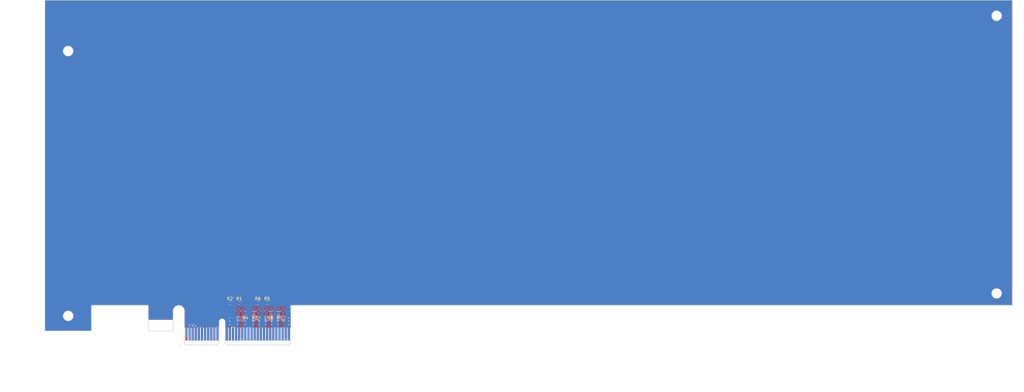
<source format=kicad_pcb>
(kicad_pcb (version 20171130) (host pcbnew 5.1.3-ffb9f22~84~ubuntu16.04.1)

  (general
    (thickness 1.6)
    (drawings 48)
    (tracks 113)
    (zones 0)
    (modules 18)
    (nets 47)
  )

  (page B)
  (title_block
    (title PCIexpress_x16_full)
    (company "Author: Luca Anastasio")
  )

  (layers
    (0 F.Cu power)
    (1 In1.Cu power)
    (2 In2.Cu power)
    (31 B.Cu power)
    (32 B.Adhes user)
    (33 F.Adhes user)
    (34 B.Paste user)
    (35 F.Paste user)
    (36 B.SilkS user)
    (37 F.SilkS user)
    (38 B.Mask user)
    (39 F.Mask user)
    (40 Dwgs.User user)
    (41 Cmts.User user)
    (42 Eco1.User user)
    (43 Eco2.User user)
    (44 Edge.Cuts user)
    (45 Margin user)
    (46 B.CrtYd user)
    (47 F.CrtYd user)
    (48 B.Fab user)
    (49 F.Fab user)
  )

  (setup
    (last_trace_width 0.0889)
    (user_trace_width 0.0889)
    (user_trace_width 0.127)
    (user_trace_width 0.2)
    (trace_clearance 0.0889)
    (zone_clearance 0.508)
    (zone_45_only no)
    (trace_min 0.0889)
    (via_size 0.45)
    (via_drill 0.2)
    (via_min_size 0.45)
    (via_min_drill 0.2)
    (user_via 0.45 0.2)
    (user_via 0.5 0.25)
    (user_via 0.55 0.3)
    (uvia_size 0.3)
    (uvia_drill 0.1)
    (uvias_allowed no)
    (uvia_min_size 0.2)
    (uvia_min_drill 0.1)
    (edge_width 0.05)
    (segment_width 0.2)
    (pcb_text_width 0.3)
    (pcb_text_size 1.5 1.5)
    (mod_edge_width 0.12)
    (mod_text_size 1 1)
    (mod_text_width 0.15)
    (pad_size 1.524 1.524)
    (pad_drill 0.762)
    (pad_to_mask_clearance 0.051)
    (solder_mask_min_width 0.25)
    (aux_axis_origin 109.625 194.125)
    (grid_origin 109.625 194.125)
    (visible_elements FFFDFFFF)
    (pcbplotparams
      (layerselection 0x010fc_ffffffff)
      (usegerberextensions false)
      (usegerberattributes false)
      (usegerberadvancedattributes false)
      (creategerberjobfile false)
      (excludeedgelayer true)
      (linewidth 0.100000)
      (plotframeref false)
      (viasonmask false)
      (mode 1)
      (useauxorigin false)
      (hpglpennumber 1)
      (hpglpenspeed 20)
      (hpglpendiameter 15.000000)
      (psnegative false)
      (psa4output false)
      (plotreference true)
      (plotvalue true)
      (plotinvisibletext false)
      (padsonsilk false)
      (subtractmaskfromsilk false)
      (outputformat 1)
      (mirror false)
      (drillshape 1)
      (scaleselection 1)
      (outputdirectory ""))
  )

  (net 0 "")
  (net 1 GND)
  (net 2 "Net-(J2-PadA32)")
  (net 3 "Net-(J2-PadA19)")
  (net 4 +12V)
  (net 5 +3V3)
  (net 6 +3.3VA)
  (net 7 "Net-(J2-PadB12)")
  (net 8 "Net-(J2-PadB30)")
  (net 9 /PER0_P)
  (net 10 /PER0_N)
  (net 11 /PER1_P)
  (net 12 /PER1_N)
  (net 13 /PER2_P)
  (net 14 /PER2_N)
  (net 15 /PER3_P)
  (net 16 /PER3_N)
  (net 17 /~PRSNT2x4)
  (net 18 /PET3_N)
  (net 19 /PET3_P)
  (net 20 /PET2_N)
  (net 21 /PET2_P)
  (net 22 /PET1_N)
  (net 23 /PET1_P)
  (net 24 /SMCLK)
  (net 25 /SMDAT)
  (net 26 /~TRST)
  (net 27 /~WAKE)
  (net 28 /PET0_P)
  (net 29 /PET0_N)
  (net 30 /~PRSNT2x1)
  (net 31 /~PRSNT1)
  (net 32 /TCK)
  (net 33 /TDI)
  (net 34 /TDO)
  (net 35 /TMS)
  (net 36 /~PERST)
  (net 37 /REFCLK-)
  (net 38 /REFCLK+)
  (net 39 /PCIexpress_connector/_PER0_P)
  (net 40 /PCIexpress_connector/_PER0_N)
  (net 41 /PCIexpress_connector/_PER1_P)
  (net 42 /PCIexpress_connector/_PER1_N)
  (net 43 /PCIexpress_connector/_PER2_P)
  (net 44 /PCIexpress_connector/_PER2_N)
  (net 45 /PCIexpress_connector/_PER3_P)
  (net 46 /PCIexpress_connector/_PER3_N)

  (net_class Default "This is the default net class."
    (clearance 0.0889)
    (trace_width 0.0889)
    (via_dia 0.45)
    (via_drill 0.2)
    (uvia_dia 0.3)
    (uvia_drill 0.1)
    (diff_pair_width 0.2)
    (diff_pair_gap 0.2)
    (add_net +12V)
    (add_net +3.3VA)
    (add_net +3V3)
    (add_net /SMCLK)
    (add_net /SMDAT)
    (add_net /TCK)
    (add_net /TDI)
    (add_net /TDO)
    (add_net /TMS)
    (add_net /~PERST)
    (add_net /~PRSNT1)
    (add_net /~PRSNT2x1)
    (add_net /~PRSNT2x4)
    (add_net /~TRST)
    (add_net /~WAKE)
    (add_net GND)
    (add_net "Net-(J2-PadA19)")
    (add_net "Net-(J2-PadA32)")
    (add_net "Net-(J2-PadB12)")
    (add_net "Net-(J2-PadB30)")
  )

  (net_class Diff-100-PCIe ""
    (clearance 0.2)
    (trace_width 0.0889)
    (via_dia 0.45)
    (via_drill 0.2)
    (uvia_dia 0.3)
    (uvia_drill 0.1)
    (diff_pair_width 0.2)
    (diff_pair_gap 0.2)
    (add_net /PCIexpress_connector/_PER0_N)
    (add_net /PCIexpress_connector/_PER0_P)
    (add_net /PCIexpress_connector/_PER1_N)
    (add_net /PCIexpress_connector/_PER1_P)
    (add_net /PCIexpress_connector/_PER2_N)
    (add_net /PCIexpress_connector/_PER2_P)
    (add_net /PCIexpress_connector/_PER3_N)
    (add_net /PCIexpress_connector/_PER3_P)
    (add_net /PER0_N)
    (add_net /PER0_P)
    (add_net /PER1_N)
    (add_net /PER1_P)
    (add_net /PER2_N)
    (add_net /PER2_P)
    (add_net /PER3_N)
    (add_net /PER3_P)
    (add_net /PET0_N)
    (add_net /PET0_P)
    (add_net /PET1_N)
    (add_net /PET1_P)
    (add_net /PET2_N)
    (add_net /PET2_P)
    (add_net /PET3_N)
    (add_net /PET3_P)
    (add_net /REFCLK+)
    (add_net /REFCLK-)
  )

  (net_class JLC2313-100d-3.5 ""
    (clearance 0.1)
    (trace_width 0.0889)
    (via_dia 0.45)
    (via_drill 0.2)
    (uvia_dia 0.3)
    (uvia_drill 0.1)
    (diff_pair_width 0.0889)
    (diff_pair_gap 0.1016)
  )

  (net_class JLC2313-100d-4 ""
    (clearance 0.1)
    (trace_width 0.0889)
    (via_dia 0.45)
    (via_drill 0.2)
    (uvia_dia 0.3)
    (uvia_drill 0.1)
    (diff_pair_width 0.1016)
    (diff_pair_gap 0.127)
  )

  (net_class JLC7628-100d-8 ""
    (clearance 0.2)
    (trace_width 0.0889)
    (via_dia 0.45)
    (via_drill 0.2)
    (uvia_dia 0.3)
    (uvia_drill 0.1)
    (diff_pair_width 0.2032)
    (diff_pair_gap 0.2032)
  )

  (module PCIexpress:PCIexpress_x4 (layer F.Cu) (tedit 5D338A2E) (tstamp 5D4F2858)
    (at 109.625 194.125)
    (descr "PCIexpress x4 footprint")
    (tags PCIexpress)
    (path /5D508B15/5D51070F)
    (attr virtual)
    (fp_text reference J2 (at 0 -19.75) (layer F.SilkS) hide
      (effects (font (size 1 1) (thickness 0.15)))
    )
    (fp_text value PCIexpress_x4 (at 0 -23) (layer F.Fab)
      (effects (font (size 1 1) (thickness 0.15)))
    )
    (fp_text user "Keep out components and traces both sides" (at 264.25 -65.25 90) (layer Cmts.User)
      (effects (font (size 1 1) (thickness 0.15)))
    )
    (fp_text user %R (at 0 -17.5) (layer F.Fab)
      (effects (font (size 1 1) (thickness 0.15)))
    )
    (fp_line (start 0.35 0) (end 10.55 0) (layer Dwgs.User) (width 0.12))
    (fp_line (start 11.05 -7.45) (end 11.05 -0.5) (layer Dwgs.User) (width 0.12))
    (fp_line (start 12.95 -7.45) (end 12.95 -0.5) (layer Dwgs.User) (width 0.12))
    (fp_arc (start 12 -7.45) (end 11.05 -7.45) (angle 180) (layer Dwgs.User) (width 0.12))
    (fp_line (start 11.05 -0.5) (end 10.55 0) (layer Dwgs.User) (width 0.12))
    (fp_line (start 12.95 -0.5) (end 13.45 0) (layer Dwgs.User) (width 0.12))
    (fp_line (start 13.45 0) (end 33.65 0) (layer Dwgs.User) (width 0.12))
    (fp_line (start -0.15 -0.5) (end -0.15 -10.925) (layer Dwgs.User) (width 0.12))
    (fp_line (start 34.15 -0.5) (end 34.15 -12.75) (layer Dwgs.User) (width 0.12))
    (fp_line (start -0.15 -0.5) (end 0.35 0) (layer Dwgs.User) (width 0.12))
    (fp_line (start 34.15 -0.5) (end 33.65 0) (layer Dwgs.User) (width 0.12))
    (fp_poly (pts (xy -0.25 -5.5) (xy 34.25 -5.5) (xy 34.25 0) (xy -0.25 0)) (layer F.Mask) (width 0.2))
    (fp_poly (pts (xy -0.25 -5.5) (xy 34.25 -5.5) (xy 34.25 0) (xy -0.25 0)) (layer B.Mask) (width 0.2))
    (fp_arc (start -1.975 -10.925) (end -0.15 -10.925) (angle -180) (layer Dwgs.User) (width 0.12))
    (fp_line (start -11.8 -4.5) (end -3.8 -4.5) (layer Dwgs.User) (width 0.12))
    (fp_line (start -3.8 -4.5) (end -3.8 -10.925) (layer Dwgs.User) (width 0.12))
    (fp_line (start -11.8 -4.5) (end -11.8 -12.75) (layer Dwgs.User) (width 0.12))
    (fp_line (start -30.15 -12.75) (end -11.8 -12.75) (layer Dwgs.User) (width 0.12))
    (fp_line (start -30.15 -4.5) (end -30.15 -12.75) (layer Dwgs.User) (width 0.12))
    (fp_line (start -30.15 -4.5) (end -45.15 -4.5) (layer Dwgs.User) (width 0.12))
    (fp_line (start 34.15 -12.75) (end 122.5027 -12.75) (layer Dwgs.User) (width 0.12))
    (fp_line (start -45.15 -111.15) (end 122.5 -111.15) (layer Dwgs.User) (width 0.12))
    (fp_line (start 122.5 -111.15) (end 122.5 -12.75) (layer Dwgs.User) (width 0.12))
    (fp_line (start -45.15 -111.15) (end -45.15 -4.5) (layer Dwgs.User) (width 0.12))
    (fp_line (start -45.15 -68.9) (end 122.5 -68.9) (layer Dwgs.User) (width 0.12))
    (fp_text user "Low profile max height" (at 39.25 -71) (layer Cmts.User)
      (effects (font (size 2 2) (thickness 0.25)))
    )
    (fp_text user "Full height max" (at 36.75 -108.25) (layer Cmts.User)
      (effects (font (size 2 2) (thickness 0.25)))
    )
    (fp_text user "Half length max" (at 124.5 -72.25 90) (layer Cmts.User)
      (effects (font (size 2 2) (thickness 0.25)))
    )
    (fp_circle (center -37.65 -9.35) (end -36.05 -9.35) (layer Dwgs.User) (width 0.12))
    (fp_line (start -11.8 -8) (end -3.8 -8) (layer Dwgs.User) (width 0.12))
    (fp_text user "Keep Out Cu" (at -7.75 -3.5) (layer Cmts.User)
      (effects (font (size 1 1) (thickness 0.15)))
    )
    (fp_poly (pts (xy -11.8 -4.5) (xy -11.8 -8) (xy -3.8 -8) (xy -3.8 -4.5)) (layer F.Mask) (width 0))
    (fp_poly (pts (xy -11.8 -4.5) (xy -11.8 -8) (xy -3.8 -8) (xy -3.8 -4.5)) (layer B.Mask) (width 0))
    (fp_circle (center -37.65 -63.25) (end -36.05 -63.25) (layer Dwgs.User) (width 0.12))
    (fp_circle (center -37.65 -94.75) (end -36.05 -94.75) (layer Dwgs.User) (width 0.12))
    (fp_line (start 122.5027 -12.75) (end 266.8527 -12.75) (layer Dwgs.User) (width 0.12))
    (fp_line (start 122.5 -111.15) (end 266.85 -111.15) (layer Dwgs.User) (width 0.12))
    (fp_line (start 266.85 -111.15) (end 266.8527 -12.75) (layer Dwgs.User) (width 0.12))
    (fp_text user "Full length max" (at 269 -74 90) (layer Cmts.User)
      (effects (font (size 2 2) (thickness 0.25)))
    )
    (fp_line (start -0.15 -10.925) (end -0.15 -13.75) (layer Dwgs.User) (width 0.12))
    (fp_line (start -0.15 -13.75) (end -45.15 -13.75) (layer Dwgs.User) (width 0.12))
    (fp_line (start 34.15 -12.75) (end 34.15 -13.75) (layer Dwgs.User) (width 0.12))
    (fp_text user "Keep out components and traces both sides" (at -21.75 -12) (layer Cmts.User)
      (effects (font (size 1 1) (thickness 0.15)))
    )
    (fp_line (start -45.15 -58.5) (end -32.45 -58.5) (layer Dwgs.User) (width 0.12))
    (fp_line (start -32.45 -58.5) (end -32.45 -67.9) (layer Dwgs.User) (width 0.12))
    (fp_line (start -32.45 -110.15) (end 92 -110.15) (layer Dwgs.User) (width 0.12))
    (fp_line (start 34.15 -13.75) (end 121.5 -13.75) (layer Dwgs.User) (width 0.12))
    (fp_line (start 92 -110.15) (end 92 -108.15) (layer Dwgs.User) (width 0.12))
    (fp_line (start 92 -108.15) (end 117.42 -108.15) (layer Dwgs.User) (width 0.12))
    (fp_line (start 121.5 -67.9) (end 121.5 -13.75) (layer Dwgs.User) (width 0.12))
    (fp_line (start -44.15 -58.5) (end -44.15 -13.75) (layer Dwgs.User) (width 0.12))
    (fp_text user "Keep out components and traces solder side" (at -44.75 -36 90) (layer Cmts.User)
      (effects (font (size 1 1) (thickness 0.15)))
    )
    (fp_text user "Keep out components and traces both sides" (at 121.893243 -40.134926 90) (layer Cmts.User)
      (effects (font (size 1 1) (thickness 0.15)))
    )
    (fp_line (start -32.45 -67.9) (end 121.5 -67.9) (layer Dwgs.User) (width 0.12))
    (fp_line (start -45.15 -89.7) (end -32.45 -89.7) (layer Dwgs.User) (width 0.12))
    (fp_line (start -32.45 -110.15) (end -32.45 -89.7) (layer Dwgs.User) (width 0.12))
    (fp_line (start 117.42 -108.15) (end 117.42 -13.75) (layer Dwgs.User) (width 0.12))
    (fp_text user "Keep out components and traces both sides" (at 120 -87.75 90) (layer Cmts.User)
      (effects (font (size 1 1) (thickness 0.15)))
    )
    (fp_line (start -40.07 -13.75) (end -40.07 -89.7) (layer Dwgs.User) (width 0.12))
    (fp_text user "Keep out components and traces solder side" (at -42.25 -77.5 180) (layer Cmts.User)
      (effects (font (size 1 1) (thickness 0.15)))
    )
    (fp_text user "Max component height: solder side 2,67mm component side 14,49mm" (at 40 -44.25) (layer Cmts.User)
      (effects (font (size 2 2) (thickness 0.25)))
    )
    (fp_line (start 96.9 -14.1) (end 96.9 -13.75) (layer Dwgs.User) (width 0.12))
    (fp_line (start 96.9 -14.1) (end 105.05 -14.1) (layer Dwgs.User) (width 0.12))
    (fp_line (start 105.05 -14.1) (end 105.05 -16.1) (layer Dwgs.User) (width 0.12))
    (fp_line (start 105.05 -16.1) (end 110.3 -16.1) (layer Dwgs.User) (width 0.12))
    (fp_line (start 110.3 -16.1) (end 110.3 -13.75) (layer Dwgs.User) (width 0.12))
    (fp_text user "Keep out components and traces component side" (at 107.75 -9 180) (layer Cmts.User)
      (effects (font (size 1 1) (thickness 0.15)))
    )
    (fp_line (start 107.5 -10) (end 107.5 -15) (layer Cmts.User) (width 0.12))
    (fp_line (start 107.5 -15) (end 107 -14.5) (layer Cmts.User) (width 0.12))
    (fp_line (start 107.5 -15) (end 108 -14.5) (layer Cmts.User) (width 0.12))
    (fp_line (start 122.5 -108.15) (end 256.65 -108.15) (layer Dwgs.User) (width 0.12))
    (fp_line (start 256.65 -108.15) (end 256.65 -99.7) (layer Dwgs.User) (width 0.12))
    (fp_line (start 122.5 -13.75) (end 256.65 -13.75) (layer Dwgs.User) (width 0.12))
    (fp_line (start 256.65 -13.75) (end 256.65 -22.9) (layer Dwgs.User) (width 0.12))
    (fp_line (start 256.65 -22.9) (end 261.77 -22.9) (layer Dwgs.User) (width 0.12))
    (fp_line (start 256.65 -99.7) (end 261.77 -99.7) (layer Dwgs.User) (width 0.12))
    (fp_line (start 261.77 -99.7) (end 261.77 -22.9) (layer Dwgs.User) (width 0.12))
    (fp_circle (center 261.77 -16.6) (end 263.37 -16.6) (layer Dwgs.User) (width 0.12))
    (fp_circle (center 261.77 -106.13) (end 263.37 -106.13) (layer Dwgs.User) (width 0.12))
    (pad A32 connect rect (at 33.5 -3.5) (size 0.7 4.2) (layers B.Cu)
      (net 2 "Net-(J2-PadA32)"))
    (pad A31 connect rect (at 32.5 -3.5) (size 0.7 4.2) (layers B.Cu)
      (net 1 GND))
    (pad A30 connect rect (at 31.5 -3.5) (size 0.7 4.2) (layers B.Cu)
      (net 46 /PCIexpress_connector/_PER3_N))
    (pad A29 connect rect (at 30.5 -3.5) (size 0.7 4.2) (layers B.Cu)
      (net 45 /PCIexpress_connector/_PER3_P))
    (pad A28 connect rect (at 29.5 -3.5) (size 0.7 4.2) (layers B.Cu)
      (net 1 GND))
    (pad A27 connect rect (at 28.5 -3.5) (size 0.7 4.2) (layers B.Cu)
      (net 1 GND))
    (pad A26 connect rect (at 27.5 -3.5) (size 0.7 4.2) (layers B.Cu)
      (net 44 /PCIexpress_connector/_PER2_N))
    (pad A25 connect rect (at 26.5 -3.5) (size 0.7 4.2) (layers B.Cu)
      (net 43 /PCIexpress_connector/_PER2_P))
    (pad A24 connect rect (at 25.5 -3.5) (size 0.7 4.2) (layers B.Cu)
      (net 1 GND))
    (pad A23 connect rect (at 24.5 -3.5) (size 0.7 4.2) (layers B.Cu)
      (net 1 GND))
    (pad A22 connect rect (at 23.5 -3.5) (size 0.7 4.2) (layers B.Cu)
      (net 42 /PCIexpress_connector/_PER1_N))
    (pad A21 connect rect (at 22.5 -3.5) (size 0.7 4.2) (layers B.Cu)
      (net 41 /PCIexpress_connector/_PER1_P))
    (pad A20 connect rect (at 21.5 -3.5) (size 0.7 4.2) (layers B.Cu)
      (net 1 GND))
    (pad B32 connect rect (at 33.5 -3.5) (size 0.7 4.2) (layers F.Cu)
      (net 1 GND))
    (pad B31 connect rect (at 32.5 -4) (size 0.7 3.2) (layers F.Cu)
      (net 17 /~PRSNT2x4))
    (pad B30 connect rect (at 31.5 -3.5) (size 0.7 4.2) (layers F.Cu)
      (net 8 "Net-(J2-PadB30)"))
    (pad B29 connect rect (at 30.5 -3.5) (size 0.7 4.2) (layers F.Cu)
      (net 1 GND))
    (pad B28 connect rect (at 29.5 -3.5) (size 0.7 4.2) (layers F.Cu)
      (net 18 /PET3_N))
    (pad B27 connect rect (at 28.5 -3.5) (size 0.7 4.2) (layers F.Cu)
      (net 19 /PET3_P))
    (pad B26 connect rect (at 27.5 -3.5) (size 0.7 4.2) (layers F.Cu)
      (net 1 GND))
    (pad B25 connect rect (at 26.5 -3.5) (size 0.7 4.2) (layers F.Cu)
      (net 1 GND))
    (pad B24 connect rect (at 25.5 -3.5) (size 0.7 4.2) (layers F.Cu)
      (net 20 /PET2_N))
    (pad B23 connect rect (at 24.5 -3.5) (size 0.7 4.2) (layers F.Cu)
      (net 21 /PET2_P))
    (pad B22 connect rect (at 23.5 -3.5) (size 0.7 4.2) (layers F.Cu)
      (net 1 GND))
    (pad B21 connect rect (at 22.5 -3.5) (size 0.7 4.2) (layers F.Cu)
      (net 1 GND))
    (pad B20 connect rect (at 21.5 -3.5) (size 0.7 4.2) (layers F.Cu)
      (net 22 /PET1_N))
    (pad A19 connect rect (at 20.5 -3.5) (size 0.7 4.2) (layers B.Cu)
      (net 3 "Net-(J2-PadA19)"))
    (pad B19 connect rect (at 20.5 -3.5) (size 0.7 4.2) (layers F.Cu)
      (net 23 /PET1_P))
    (pad B1 connect rect (at 0.5 -3.5) (size 0.7 4.2) (layers F.Cu)
      (net 4 +12V))
    (pad B2 connect rect (at 1.5 -3.5) (size 0.7 4.2) (layers F.Cu)
      (net 4 +12V))
    (pad B3 connect rect (at 2.5 -3.5) (size 0.7 4.2) (layers F.Cu)
      (net 4 +12V))
    (pad B4 connect rect (at 3.5 -3.5) (size 0.7 4.2) (layers F.Cu)
      (net 1 GND))
    (pad B5 connect rect (at 4.5 -3.5) (size 0.7 4.2) (layers F.Cu)
      (net 24 /SMCLK))
    (pad B6 connect rect (at 5.5 -3.5) (size 0.7 4.2) (layers F.Cu)
      (net 25 /SMDAT))
    (pad B7 connect rect (at 6.5 -3.5) (size 0.7 4.2) (layers F.Cu)
      (net 1 GND))
    (pad B8 connect rect (at 7.5 -3.5) (size 0.7 4.2) (layers F.Cu)
      (net 5 +3V3))
    (pad B9 connect rect (at 8.5 -3.5) (size 0.7 4.2) (layers F.Cu)
      (net 26 /~TRST))
    (pad B10 connect rect (at 9.5 -3.5) (size 0.7 4.2) (layers F.Cu)
      (net 6 +3.3VA))
    (pad B11 connect rect (at 10.5 -3.5) (size 0.7 4.2) (layers F.Cu)
      (net 27 /~WAKE))
    (pad B14 connect rect (at 15.5 -3.5) (size 0.7 4.2) (layers F.Cu)
      (net 28 /PET0_P))
    (pad B15 connect rect (at 16.5 -3.5) (size 0.7 4.2) (layers F.Cu)
      (net 29 /PET0_N))
    (pad B16 connect rect (at 17.5 -3.5) (size 0.7 4.2) (layers F.Cu)
      (net 1 GND))
    (pad B17 connect rect (at 18.5 -4) (size 0.7 3.2) (layers F.Cu)
      (net 30 /~PRSNT2x1))
    (pad B18 connect rect (at 19.5 -3.5) (size 0.7 4.2) (layers F.Cu)
      (net 1 GND))
    (pad B12 connect rect (at 13.5 -3.5) (size 0.7 4.2) (layers F.Cu)
      (net 7 "Net-(J2-PadB12)"))
    (pad B13 connect rect (at 14.5 -3.5) (size 0.7 4.2) (layers F.Cu)
      (net 1 GND))
    (pad A1 connect rect (at 0.5 -4) (size 0.7 3.2) (layers B.Cu)
      (net 31 /~PRSNT1))
    (pad A2 connect rect (at 1.5 -3.5) (size 0.7 4.2) (layers B.Cu)
      (net 4 +12V))
    (pad A3 connect rect (at 2.5 -3.5) (size 0.7 4.2) (layers B.Cu)
      (net 4 +12V))
    (pad A4 connect rect (at 3.5 -3.5) (size 0.7 4.2) (layers B.Cu)
      (net 1 GND))
    (pad A5 connect rect (at 4.5 -3.5) (size 0.7 4.2) (layers B.Cu)
      (net 32 /TCK))
    (pad A6 connect rect (at 5.5 -3.5) (size 0.7 4.2) (layers B.Cu)
      (net 33 /TDI))
    (pad A7 connect rect (at 6.5 -3.5) (size 0.7 4.2) (layers B.Cu)
      (net 34 /TDO))
    (pad A8 connect rect (at 7.5 -3.5) (size 0.7 4.2) (layers B.Cu)
      (net 35 /TMS))
    (pad A9 connect rect (at 8.5 -3.5) (size 0.7 4.2) (layers B.Cu)
      (net 5 +3V3))
    (pad A10 connect rect (at 9.5 -3.5) (size 0.7 4.2) (layers B.Cu)
      (net 5 +3V3))
    (pad A11 connect rect (at 10.5 -3.5) (size 0.7 4.2) (layers B.Cu)
      (net 36 /~PERST))
    (pad A14 connect rect (at 15.5 -3.5) (size 0.7 4.2) (layers B.Cu)
      (net 37 /REFCLK-))
    (pad A15 connect rect (at 16.5 -3.5) (size 0.7 4.2) (layers B.Cu)
      (net 1 GND))
    (pad A16 connect rect (at 17.5 -3.5) (size 0.7 4.2) (layers B.Cu)
      (net 39 /PCIexpress_connector/_PER0_P))
    (pad A17 connect rect (at 18.5 -3.5) (size 0.7 4.2) (layers B.Cu)
      (net 40 /PCIexpress_connector/_PER0_N))
    (pad A18 connect rect (at 19.5 -3.5) (size 0.7 4.2) (layers B.Cu)
      (net 1 GND))
    (pad A12 connect rect (at 13.5 -3.5) (size 0.7 4.2) (layers B.Cu)
      (net 1 GND))
    (pad A13 connect rect (at 14.5 -3.5) (size 0.7 4.2) (layers B.Cu)
      (net 38 /REFCLK+))
  )

  (module Resistor_SMD:R_0603_1608Metric (layer F.Cu) (tedit 5B301BBD) (tstamp 5D3B9F6E)
    (at 137.125 183.875 180)
    (descr "Resistor SMD 0603 (1608 Metric), square (rectangular) end terminal, IPC_7351 nominal, (Body size source: http://www.tortai-tech.com/upload/download/2011102023233369053.pdf), generated with kicad-footprint-generator")
    (tags resistor)
    (path /5D508B15/5D76CFC3/5D52E298)
    (attr smd)
    (fp_text reference R8 (at 0 -1.5) (layer F.SilkS)
      (effects (font (size 1 1) (thickness 0.15)))
    )
    (fp_text value 49.9 (at 0 1.43) (layer F.Fab)
      (effects (font (size 1 1) (thickness 0.15)))
    )
    (fp_text user %R (at 0 0) (layer F.Fab)
      (effects (font (size 0.4 0.4) (thickness 0.06)))
    )
    (fp_line (start 1.48 0.73) (end -1.48 0.73) (layer F.CrtYd) (width 0.05))
    (fp_line (start 1.48 -0.73) (end 1.48 0.73) (layer F.CrtYd) (width 0.05))
    (fp_line (start -1.48 -0.73) (end 1.48 -0.73) (layer F.CrtYd) (width 0.05))
    (fp_line (start -1.48 0.73) (end -1.48 -0.73) (layer F.CrtYd) (width 0.05))
    (fp_line (start -0.162779 0.51) (end 0.162779 0.51) (layer F.SilkS) (width 0.12))
    (fp_line (start -0.162779 -0.51) (end 0.162779 -0.51) (layer F.SilkS) (width 0.12))
    (fp_line (start 0.8 0.4) (end -0.8 0.4) (layer F.Fab) (width 0.1))
    (fp_line (start 0.8 -0.4) (end 0.8 0.4) (layer F.Fab) (width 0.1))
    (fp_line (start -0.8 -0.4) (end 0.8 -0.4) (layer F.Fab) (width 0.1))
    (fp_line (start -0.8 0.4) (end -0.8 -0.4) (layer F.Fab) (width 0.1))
    (pad 2 smd roundrect (at 0.7875 0 180) (size 0.875 0.95) (layers F.Cu F.Paste F.Mask) (roundrect_rratio 0.25)
      (net 1 GND))
    (pad 1 smd roundrect (at -0.7875 0 180) (size 0.875 0.95) (layers F.Cu F.Paste F.Mask) (roundrect_rratio 0.25)
      (net 19 /PET3_P))
    (model ${KISYS3DMOD}/Resistor_SMD.3dshapes/R_0603_1608Metric.wrl
      (at (xyz 0 0 0))
      (scale (xyz 1 1 1))
      (rotate (xyz 0 0 0))
    )
  )

  (module Resistor_SMD:R_0603_1608Metric (layer F.Cu) (tedit 5B301BBD) (tstamp 5D3B9F5D)
    (at 140.125 183.875)
    (descr "Resistor SMD 0603 (1608 Metric), square (rectangular) end terminal, IPC_7351 nominal, (Body size source: http://www.tortai-tech.com/upload/download/2011102023233369053.pdf), generated with kicad-footprint-generator")
    (tags resistor)
    (path /5D508B15/5D76CFC3/5D52DCBC)
    (attr smd)
    (fp_text reference R7 (at 0 1.5) (layer F.SilkS)
      (effects (font (size 1 1) (thickness 0.15)))
    )
    (fp_text value 49.9 (at 0 1.43) (layer F.Fab)
      (effects (font (size 1 1) (thickness 0.15)))
    )
    (fp_text user %R (at 0 0) (layer F.Fab)
      (effects (font (size 0.4 0.4) (thickness 0.06)))
    )
    (fp_line (start 1.48 0.73) (end -1.48 0.73) (layer F.CrtYd) (width 0.05))
    (fp_line (start 1.48 -0.73) (end 1.48 0.73) (layer F.CrtYd) (width 0.05))
    (fp_line (start -1.48 -0.73) (end 1.48 -0.73) (layer F.CrtYd) (width 0.05))
    (fp_line (start -1.48 0.73) (end -1.48 -0.73) (layer F.CrtYd) (width 0.05))
    (fp_line (start -0.162779 0.51) (end 0.162779 0.51) (layer F.SilkS) (width 0.12))
    (fp_line (start -0.162779 -0.51) (end 0.162779 -0.51) (layer F.SilkS) (width 0.12))
    (fp_line (start 0.8 0.4) (end -0.8 0.4) (layer F.Fab) (width 0.1))
    (fp_line (start 0.8 -0.4) (end 0.8 0.4) (layer F.Fab) (width 0.1))
    (fp_line (start -0.8 -0.4) (end 0.8 -0.4) (layer F.Fab) (width 0.1))
    (fp_line (start -0.8 0.4) (end -0.8 -0.4) (layer F.Fab) (width 0.1))
    (pad 2 smd roundrect (at 0.7875 0) (size 0.875 0.95) (layers F.Cu F.Paste F.Mask) (roundrect_rratio 0.25)
      (net 1 GND))
    (pad 1 smd roundrect (at -0.7875 0) (size 0.875 0.95) (layers F.Cu F.Paste F.Mask) (roundrect_rratio 0.25)
      (net 18 /PET3_N))
    (model ${KISYS3DMOD}/Resistor_SMD.3dshapes/R_0603_1608Metric.wrl
      (at (xyz 0 0 0))
      (scale (xyz 1 1 1))
      (rotate (xyz 0 0 0))
    )
  )

  (module Resistor_SMD:R_0603_1608Metric (layer F.Cu) (tedit 5B301BBD) (tstamp 5D3B9F4C)
    (at 133.125 180.625 180)
    (descr "Resistor SMD 0603 (1608 Metric), square (rectangular) end terminal, IPC_7351 nominal, (Body size source: http://www.tortai-tech.com/upload/download/2011102023233369053.pdf), generated with kicad-footprint-generator")
    (tags resistor)
    (path /5D508B15/5D761049/5D52E298)
    (attr smd)
    (fp_text reference R6 (at 0 1.375) (layer F.SilkS)
      (effects (font (size 1 1) (thickness 0.15)))
    )
    (fp_text value 49.9 (at 0 1.43) (layer F.Fab)
      (effects (font (size 1 1) (thickness 0.15)))
    )
    (fp_text user %R (at 0 0) (layer F.Fab)
      (effects (font (size 0.4 0.4) (thickness 0.06)))
    )
    (fp_line (start 1.48 0.73) (end -1.48 0.73) (layer F.CrtYd) (width 0.05))
    (fp_line (start 1.48 -0.73) (end 1.48 0.73) (layer F.CrtYd) (width 0.05))
    (fp_line (start -1.48 -0.73) (end 1.48 -0.73) (layer F.CrtYd) (width 0.05))
    (fp_line (start -1.48 0.73) (end -1.48 -0.73) (layer F.CrtYd) (width 0.05))
    (fp_line (start -0.162779 0.51) (end 0.162779 0.51) (layer F.SilkS) (width 0.12))
    (fp_line (start -0.162779 -0.51) (end 0.162779 -0.51) (layer F.SilkS) (width 0.12))
    (fp_line (start 0.8 0.4) (end -0.8 0.4) (layer F.Fab) (width 0.1))
    (fp_line (start 0.8 -0.4) (end 0.8 0.4) (layer F.Fab) (width 0.1))
    (fp_line (start -0.8 -0.4) (end 0.8 -0.4) (layer F.Fab) (width 0.1))
    (fp_line (start -0.8 0.4) (end -0.8 -0.4) (layer F.Fab) (width 0.1))
    (pad 2 smd roundrect (at 0.7875 0 180) (size 0.875 0.95) (layers F.Cu F.Paste F.Mask) (roundrect_rratio 0.25)
      (net 1 GND))
    (pad 1 smd roundrect (at -0.7875 0 180) (size 0.875 0.95) (layers F.Cu F.Paste F.Mask) (roundrect_rratio 0.25)
      (net 21 /PET2_P))
    (model ${KISYS3DMOD}/Resistor_SMD.3dshapes/R_0603_1608Metric.wrl
      (at (xyz 0 0 0))
      (scale (xyz 1 1 1))
      (rotate (xyz 0 0 0))
    )
  )

  (module Resistor_SMD:R_0603_1608Metric (layer F.Cu) (tedit 5B301BBD) (tstamp 5D3B9F3B)
    (at 136.125 180.625)
    (descr "Resistor SMD 0603 (1608 Metric), square (rectangular) end terminal, IPC_7351 nominal, (Body size source: http://www.tortai-tech.com/upload/download/2011102023233369053.pdf), generated with kicad-footprint-generator")
    (tags resistor)
    (path /5D508B15/5D761049/5D52DCBC)
    (attr smd)
    (fp_text reference R5 (at 0 -1.375) (layer F.SilkS)
      (effects (font (size 1 1) (thickness 0.15)))
    )
    (fp_text value 49.9 (at 0 1.43) (layer F.Fab)
      (effects (font (size 1 1) (thickness 0.15)))
    )
    (fp_text user %R (at 0 0) (layer F.Fab)
      (effects (font (size 0.4 0.4) (thickness 0.06)))
    )
    (fp_line (start 1.48 0.73) (end -1.48 0.73) (layer F.CrtYd) (width 0.05))
    (fp_line (start 1.48 -0.73) (end 1.48 0.73) (layer F.CrtYd) (width 0.05))
    (fp_line (start -1.48 -0.73) (end 1.48 -0.73) (layer F.CrtYd) (width 0.05))
    (fp_line (start -1.48 0.73) (end -1.48 -0.73) (layer F.CrtYd) (width 0.05))
    (fp_line (start -0.162779 0.51) (end 0.162779 0.51) (layer F.SilkS) (width 0.12))
    (fp_line (start -0.162779 -0.51) (end 0.162779 -0.51) (layer F.SilkS) (width 0.12))
    (fp_line (start 0.8 0.4) (end -0.8 0.4) (layer F.Fab) (width 0.1))
    (fp_line (start 0.8 -0.4) (end 0.8 0.4) (layer F.Fab) (width 0.1))
    (fp_line (start -0.8 -0.4) (end 0.8 -0.4) (layer F.Fab) (width 0.1))
    (fp_line (start -0.8 0.4) (end -0.8 -0.4) (layer F.Fab) (width 0.1))
    (pad 2 smd roundrect (at 0.7875 0) (size 0.875 0.95) (layers F.Cu F.Paste F.Mask) (roundrect_rratio 0.25)
      (net 1 GND))
    (pad 1 smd roundrect (at -0.7875 0) (size 0.875 0.95) (layers F.Cu F.Paste F.Mask) (roundrect_rratio 0.25)
      (net 20 /PET2_N))
    (model ${KISYS3DMOD}/Resistor_SMD.3dshapes/R_0603_1608Metric.wrl
      (at (xyz 0 0 0))
      (scale (xyz 1 1 1))
      (rotate (xyz 0 0 0))
    )
  )

  (module Resistor_SMD:R_0603_1608Metric (layer F.Cu) (tedit 5B301BBD) (tstamp 5D3C3012)
    (at 129.125 183.875 180)
    (descr "Resistor SMD 0603 (1608 Metric), square (rectangular) end terminal, IPC_7351 nominal, (Body size source: http://www.tortai-tech.com/upload/download/2011102023233369053.pdf), generated with kicad-footprint-generator")
    (tags resistor)
    (path /5D508B15/5D5DF906/5D52E298)
    (attr smd)
    (fp_text reference R4 (at 0 -1.5) (layer F.SilkS)
      (effects (font (size 1 1) (thickness 0.15)))
    )
    (fp_text value 49.9 (at 0 1.43) (layer F.Fab)
      (effects (font (size 1 1) (thickness 0.15)))
    )
    (fp_text user %R (at 0 0) (layer F.Fab)
      (effects (font (size 0.4 0.4) (thickness 0.06)))
    )
    (fp_line (start 1.48 0.73) (end -1.48 0.73) (layer F.CrtYd) (width 0.05))
    (fp_line (start 1.48 -0.73) (end 1.48 0.73) (layer F.CrtYd) (width 0.05))
    (fp_line (start -1.48 -0.73) (end 1.48 -0.73) (layer F.CrtYd) (width 0.05))
    (fp_line (start -1.48 0.73) (end -1.48 -0.73) (layer F.CrtYd) (width 0.05))
    (fp_line (start -0.162779 0.51) (end 0.162779 0.51) (layer F.SilkS) (width 0.12))
    (fp_line (start -0.162779 -0.51) (end 0.162779 -0.51) (layer F.SilkS) (width 0.12))
    (fp_line (start 0.8 0.4) (end -0.8 0.4) (layer F.Fab) (width 0.1))
    (fp_line (start 0.8 -0.4) (end 0.8 0.4) (layer F.Fab) (width 0.1))
    (fp_line (start -0.8 -0.4) (end 0.8 -0.4) (layer F.Fab) (width 0.1))
    (fp_line (start -0.8 0.4) (end -0.8 -0.4) (layer F.Fab) (width 0.1))
    (pad 2 smd roundrect (at 0.7875 0 180) (size 0.875 0.95) (layers F.Cu F.Paste F.Mask) (roundrect_rratio 0.25)
      (net 1 GND))
    (pad 1 smd roundrect (at -0.7875 0 180) (size 0.875 0.95) (layers F.Cu F.Paste F.Mask) (roundrect_rratio 0.25)
      (net 23 /PET1_P))
    (model ${KISYS3DMOD}/Resistor_SMD.3dshapes/R_0603_1608Metric.wrl
      (at (xyz 0 0 0))
      (scale (xyz 1 1 1))
      (rotate (xyz 0 0 0))
    )
  )

  (module Resistor_SMD:R_0603_1608Metric (layer F.Cu) (tedit 5B301BBD) (tstamp 5D3C42EE)
    (at 132.125 183.875)
    (descr "Resistor SMD 0603 (1608 Metric), square (rectangular) end terminal, IPC_7351 nominal, (Body size source: http://www.tortai-tech.com/upload/download/2011102023233369053.pdf), generated with kicad-footprint-generator")
    (tags resistor)
    (path /5D508B15/5D5DF906/5D52DCBC)
    (attr smd)
    (fp_text reference R3 (at 0 1.5) (layer F.SilkS)
      (effects (font (size 1 1) (thickness 0.15)))
    )
    (fp_text value 49.9 (at 0 1.43) (layer F.Fab)
      (effects (font (size 1 1) (thickness 0.15)))
    )
    (fp_text user %R (at 0 0) (layer F.Fab)
      (effects (font (size 0.4 0.4) (thickness 0.06)))
    )
    (fp_line (start 1.48 0.73) (end -1.48 0.73) (layer F.CrtYd) (width 0.05))
    (fp_line (start 1.48 -0.73) (end 1.48 0.73) (layer F.CrtYd) (width 0.05))
    (fp_line (start -1.48 -0.73) (end 1.48 -0.73) (layer F.CrtYd) (width 0.05))
    (fp_line (start -1.48 0.73) (end -1.48 -0.73) (layer F.CrtYd) (width 0.05))
    (fp_line (start -0.162779 0.51) (end 0.162779 0.51) (layer F.SilkS) (width 0.12))
    (fp_line (start -0.162779 -0.51) (end 0.162779 -0.51) (layer F.SilkS) (width 0.12))
    (fp_line (start 0.8 0.4) (end -0.8 0.4) (layer F.Fab) (width 0.1))
    (fp_line (start 0.8 -0.4) (end 0.8 0.4) (layer F.Fab) (width 0.1))
    (fp_line (start -0.8 -0.4) (end 0.8 -0.4) (layer F.Fab) (width 0.1))
    (fp_line (start -0.8 0.4) (end -0.8 -0.4) (layer F.Fab) (width 0.1))
    (pad 2 smd roundrect (at 0.7875 0) (size 0.875 0.95) (layers F.Cu F.Paste F.Mask) (roundrect_rratio 0.25)
      (net 1 GND))
    (pad 1 smd roundrect (at -0.7875 0) (size 0.875 0.95) (layers F.Cu F.Paste F.Mask) (roundrect_rratio 0.25)
      (net 22 /PET1_N))
    (model ${KISYS3DMOD}/Resistor_SMD.3dshapes/R_0603_1608Metric.wrl
      (at (xyz 0 0 0))
      (scale (xyz 1 1 1))
      (rotate (xyz 0 0 0))
    )
  )

  (module Capacitor_SMD:C_0603_1608Metric (layer B.Cu) (tedit 5B301BBE) (tstamp 5D3B9AF4)
    (at 141.375 183.125 90)
    (descr "Capacitor SMD 0603 (1608 Metric), square (rectangular) end terminal, IPC_7351 nominal, (Body size source: http://www.tortai-tech.com/upload/download/2011102023233369053.pdf), generated with kicad-footprint-generator")
    (tags capacitor)
    (path /5D508B15/5DBB44A0/5DAB685F)
    (attr smd)
    (fp_text reference C8 (at -2.5 0 90) (layer B.SilkS)
      (effects (font (size 1 1) (thickness 0.15)) (justify mirror))
    )
    (fp_text value 100n (at 0 -1.43 90) (layer B.Fab)
      (effects (font (size 1 1) (thickness 0.15)) (justify mirror))
    )
    (fp_text user %R (at 0 0 90) (layer B.Fab)
      (effects (font (size 0.4 0.4) (thickness 0.06)) (justify mirror))
    )
    (fp_line (start 1.48 -0.73) (end -1.48 -0.73) (layer B.CrtYd) (width 0.05))
    (fp_line (start 1.48 0.73) (end 1.48 -0.73) (layer B.CrtYd) (width 0.05))
    (fp_line (start -1.48 0.73) (end 1.48 0.73) (layer B.CrtYd) (width 0.05))
    (fp_line (start -1.48 -0.73) (end -1.48 0.73) (layer B.CrtYd) (width 0.05))
    (fp_line (start -0.162779 -0.51) (end 0.162779 -0.51) (layer B.SilkS) (width 0.12))
    (fp_line (start -0.162779 0.51) (end 0.162779 0.51) (layer B.SilkS) (width 0.12))
    (fp_line (start 0.8 -0.4) (end -0.8 -0.4) (layer B.Fab) (width 0.1))
    (fp_line (start 0.8 0.4) (end 0.8 -0.4) (layer B.Fab) (width 0.1))
    (fp_line (start -0.8 0.4) (end 0.8 0.4) (layer B.Fab) (width 0.1))
    (fp_line (start -0.8 -0.4) (end -0.8 0.4) (layer B.Fab) (width 0.1))
    (pad 2 smd roundrect (at 0.7875 0 90) (size 0.875 0.95) (layers B.Cu B.Paste B.Mask) (roundrect_rratio 0.25)
      (net 16 /PER3_N))
    (pad 1 smd roundrect (at -0.7875 0 90) (size 0.875 0.95) (layers B.Cu B.Paste B.Mask) (roundrect_rratio 0.25)
      (net 46 /PCIexpress_connector/_PER3_N))
    (model ${KISYS3DMOD}/Capacitor_SMD.3dshapes/C_0603_1608Metric.wrl
      (at (xyz 0 0 0))
      (scale (xyz 1 1 1))
      (rotate (xyz 0 0 0))
    )
  )

  (module Capacitor_SMD:C_0603_1608Metric (layer B.Cu) (tedit 5B301BBE) (tstamp 5D3B9AE3)
    (at 139.875 183.125 270)
    (descr "Capacitor SMD 0603 (1608 Metric), square (rectangular) end terminal, IPC_7351 nominal, (Body size source: http://www.tortai-tech.com/upload/download/2011102023233369053.pdf), generated with kicad-footprint-generator")
    (tags capacitor)
    (path /5D508B15/5DBB44A0/5DAB6859)
    (attr smd)
    (fp_text reference C7 (at 2.5 0 90) (layer B.SilkS)
      (effects (font (size 1 1) (thickness 0.15)) (justify mirror))
    )
    (fp_text value 100n (at 0 -1.43 90) (layer B.Fab)
      (effects (font (size 1 1) (thickness 0.15)) (justify mirror))
    )
    (fp_text user %R (at 0 0 90) (layer B.Fab)
      (effects (font (size 0.4 0.4) (thickness 0.06)) (justify mirror))
    )
    (fp_line (start 1.48 -0.73) (end -1.48 -0.73) (layer B.CrtYd) (width 0.05))
    (fp_line (start 1.48 0.73) (end 1.48 -0.73) (layer B.CrtYd) (width 0.05))
    (fp_line (start -1.48 0.73) (end 1.48 0.73) (layer B.CrtYd) (width 0.05))
    (fp_line (start -1.48 -0.73) (end -1.48 0.73) (layer B.CrtYd) (width 0.05))
    (fp_line (start -0.162779 -0.51) (end 0.162779 -0.51) (layer B.SilkS) (width 0.12))
    (fp_line (start -0.162779 0.51) (end 0.162779 0.51) (layer B.SilkS) (width 0.12))
    (fp_line (start 0.8 -0.4) (end -0.8 -0.4) (layer B.Fab) (width 0.1))
    (fp_line (start 0.8 0.4) (end 0.8 -0.4) (layer B.Fab) (width 0.1))
    (fp_line (start -0.8 0.4) (end 0.8 0.4) (layer B.Fab) (width 0.1))
    (fp_line (start -0.8 -0.4) (end -0.8 0.4) (layer B.Fab) (width 0.1))
    (pad 2 smd roundrect (at 0.7875 0 270) (size 0.875 0.95) (layers B.Cu B.Paste B.Mask) (roundrect_rratio 0.25)
      (net 45 /PCIexpress_connector/_PER3_P))
    (pad 1 smd roundrect (at -0.7875 0 270) (size 0.875 0.95) (layers B.Cu B.Paste B.Mask) (roundrect_rratio 0.25)
      (net 15 /PER3_P))
    (model ${KISYS3DMOD}/Capacitor_SMD.3dshapes/C_0603_1608Metric.wrl
      (at (xyz 0 0 0))
      (scale (xyz 1 1 1))
      (rotate (xyz 0 0 0))
    )
  )

  (module Capacitor_SMD:C_0603_1608Metric (layer B.Cu) (tedit 5B301BBE) (tstamp 5D3B9AD2)
    (at 137.375 183.125 90)
    (descr "Capacitor SMD 0603 (1608 Metric), square (rectangular) end terminal, IPC_7351 nominal, (Body size source: http://www.tortai-tech.com/upload/download/2011102023233369053.pdf), generated with kicad-footprint-generator")
    (tags capacitor)
    (path /5D508B15/5DBA1257/5DAB685F)
    (attr smd)
    (fp_text reference C6 (at -2.5 0 90) (layer B.SilkS)
      (effects (font (size 1 1) (thickness 0.15)) (justify mirror))
    )
    (fp_text value 100n (at 0 -1.43 90) (layer B.Fab)
      (effects (font (size 1 1) (thickness 0.15)) (justify mirror))
    )
    (fp_text user %R (at 0 0 90) (layer B.Fab)
      (effects (font (size 0.4 0.4) (thickness 0.06)) (justify mirror))
    )
    (fp_line (start 1.48 -0.73) (end -1.48 -0.73) (layer B.CrtYd) (width 0.05))
    (fp_line (start 1.48 0.73) (end 1.48 -0.73) (layer B.CrtYd) (width 0.05))
    (fp_line (start -1.48 0.73) (end 1.48 0.73) (layer B.CrtYd) (width 0.05))
    (fp_line (start -1.48 -0.73) (end -1.48 0.73) (layer B.CrtYd) (width 0.05))
    (fp_line (start -0.162779 -0.51) (end 0.162779 -0.51) (layer B.SilkS) (width 0.12))
    (fp_line (start -0.162779 0.51) (end 0.162779 0.51) (layer B.SilkS) (width 0.12))
    (fp_line (start 0.8 -0.4) (end -0.8 -0.4) (layer B.Fab) (width 0.1))
    (fp_line (start 0.8 0.4) (end 0.8 -0.4) (layer B.Fab) (width 0.1))
    (fp_line (start -0.8 0.4) (end 0.8 0.4) (layer B.Fab) (width 0.1))
    (fp_line (start -0.8 -0.4) (end -0.8 0.4) (layer B.Fab) (width 0.1))
    (pad 2 smd roundrect (at 0.7875 0 90) (size 0.875 0.95) (layers B.Cu B.Paste B.Mask) (roundrect_rratio 0.25)
      (net 14 /PER2_N))
    (pad 1 smd roundrect (at -0.7875 0 90) (size 0.875 0.95) (layers B.Cu B.Paste B.Mask) (roundrect_rratio 0.25)
      (net 44 /PCIexpress_connector/_PER2_N))
    (model ${KISYS3DMOD}/Capacitor_SMD.3dshapes/C_0603_1608Metric.wrl
      (at (xyz 0 0 0))
      (scale (xyz 1 1 1))
      (rotate (xyz 0 0 0))
    )
  )

  (module Capacitor_SMD:C_0603_1608Metric (layer B.Cu) (tedit 5B301BBE) (tstamp 5D3B9AC1)
    (at 135.875 183.125 270)
    (descr "Capacitor SMD 0603 (1608 Metric), square (rectangular) end terminal, IPC_7351 nominal, (Body size source: http://www.tortai-tech.com/upload/download/2011102023233369053.pdf), generated with kicad-footprint-generator")
    (tags capacitor)
    (path /5D508B15/5DBA1257/5DAB6859)
    (attr smd)
    (fp_text reference C5 (at 2.5 0 90) (layer B.SilkS)
      (effects (font (size 1 1) (thickness 0.15)) (justify mirror))
    )
    (fp_text value 100n (at 0 -1.43 90) (layer B.Fab)
      (effects (font (size 1 1) (thickness 0.15)) (justify mirror))
    )
    (fp_text user %R (at 0 0 90) (layer B.Fab)
      (effects (font (size 0.4 0.4) (thickness 0.06)) (justify mirror))
    )
    (fp_line (start 1.48 -0.73) (end -1.48 -0.73) (layer B.CrtYd) (width 0.05))
    (fp_line (start 1.48 0.73) (end 1.48 -0.73) (layer B.CrtYd) (width 0.05))
    (fp_line (start -1.48 0.73) (end 1.48 0.73) (layer B.CrtYd) (width 0.05))
    (fp_line (start -1.48 -0.73) (end -1.48 0.73) (layer B.CrtYd) (width 0.05))
    (fp_line (start -0.162779 -0.51) (end 0.162779 -0.51) (layer B.SilkS) (width 0.12))
    (fp_line (start -0.162779 0.51) (end 0.162779 0.51) (layer B.SilkS) (width 0.12))
    (fp_line (start 0.8 -0.4) (end -0.8 -0.4) (layer B.Fab) (width 0.1))
    (fp_line (start 0.8 0.4) (end 0.8 -0.4) (layer B.Fab) (width 0.1))
    (fp_line (start -0.8 0.4) (end 0.8 0.4) (layer B.Fab) (width 0.1))
    (fp_line (start -0.8 -0.4) (end -0.8 0.4) (layer B.Fab) (width 0.1))
    (pad 2 smd roundrect (at 0.7875 0 270) (size 0.875 0.95) (layers B.Cu B.Paste B.Mask) (roundrect_rratio 0.25)
      (net 43 /PCIexpress_connector/_PER2_P))
    (pad 1 smd roundrect (at -0.7875 0 270) (size 0.875 0.95) (layers B.Cu B.Paste B.Mask) (roundrect_rratio 0.25)
      (net 13 /PER2_P))
    (model ${KISYS3DMOD}/Capacitor_SMD.3dshapes/C_0603_1608Metric.wrl
      (at (xyz 0 0 0))
      (scale (xyz 1 1 1))
      (rotate (xyz 0 0 0))
    )
  )

  (module Capacitor_SMD:C_0603_1608Metric (layer B.Cu) (tedit 5B301BBE) (tstamp 5D3B9AB0)
    (at 133.375 183.125 90)
    (descr "Capacitor SMD 0603 (1608 Metric), square (rectangular) end terminal, IPC_7351 nominal, (Body size source: http://www.tortai-tech.com/upload/download/2011102023233369053.pdf), generated with kicad-footprint-generator")
    (tags capacitor)
    (path /5D508B15/5DB8E95F/5DAB685F)
    (attr smd)
    (fp_text reference C4 (at -2.5 0 90) (layer B.SilkS)
      (effects (font (size 1 1) (thickness 0.15)) (justify mirror))
    )
    (fp_text value 100n (at 0 -1.43 90) (layer B.Fab)
      (effects (font (size 1 1) (thickness 0.15)) (justify mirror))
    )
    (fp_text user %R (at 0 0 90) (layer B.Fab)
      (effects (font (size 0.4 0.4) (thickness 0.06)) (justify mirror))
    )
    (fp_line (start 1.48 -0.73) (end -1.48 -0.73) (layer B.CrtYd) (width 0.05))
    (fp_line (start 1.48 0.73) (end 1.48 -0.73) (layer B.CrtYd) (width 0.05))
    (fp_line (start -1.48 0.73) (end 1.48 0.73) (layer B.CrtYd) (width 0.05))
    (fp_line (start -1.48 -0.73) (end -1.48 0.73) (layer B.CrtYd) (width 0.05))
    (fp_line (start -0.162779 -0.51) (end 0.162779 -0.51) (layer B.SilkS) (width 0.12))
    (fp_line (start -0.162779 0.51) (end 0.162779 0.51) (layer B.SilkS) (width 0.12))
    (fp_line (start 0.8 -0.4) (end -0.8 -0.4) (layer B.Fab) (width 0.1))
    (fp_line (start 0.8 0.4) (end 0.8 -0.4) (layer B.Fab) (width 0.1))
    (fp_line (start -0.8 0.4) (end 0.8 0.4) (layer B.Fab) (width 0.1))
    (fp_line (start -0.8 -0.4) (end -0.8 0.4) (layer B.Fab) (width 0.1))
    (pad 2 smd roundrect (at 0.7875 0 90) (size 0.875 0.95) (layers B.Cu B.Paste B.Mask) (roundrect_rratio 0.25)
      (net 12 /PER1_N))
    (pad 1 smd roundrect (at -0.7875 0 90) (size 0.875 0.95) (layers B.Cu B.Paste B.Mask) (roundrect_rratio 0.25)
      (net 42 /PCIexpress_connector/_PER1_N))
    (model ${KISYS3DMOD}/Capacitor_SMD.3dshapes/C_0603_1608Metric.wrl
      (at (xyz 0 0 0))
      (scale (xyz 1 1 1))
      (rotate (xyz 0 0 0))
    )
  )

  (module Capacitor_SMD:C_0603_1608Metric (layer B.Cu) (tedit 5B301BBE) (tstamp 5D3B9A9F)
    (at 131.875 183.125 270)
    (descr "Capacitor SMD 0603 (1608 Metric), square (rectangular) end terminal, IPC_7351 nominal, (Body size source: http://www.tortai-tech.com/upload/download/2011102023233369053.pdf), generated with kicad-footprint-generator")
    (tags capacitor)
    (path /5D508B15/5DB8E95F/5DAB6859)
    (attr smd)
    (fp_text reference C3 (at 2.5 0 90) (layer B.SilkS)
      (effects (font (size 1 1) (thickness 0.15)) (justify mirror))
    )
    (fp_text value 100n (at 0 -1.43 90) (layer B.Fab)
      (effects (font (size 1 1) (thickness 0.15)) (justify mirror))
    )
    (fp_text user %R (at 0 0 90) (layer B.Fab)
      (effects (font (size 0.4 0.4) (thickness 0.06)) (justify mirror))
    )
    (fp_line (start 1.48 -0.73) (end -1.48 -0.73) (layer B.CrtYd) (width 0.05))
    (fp_line (start 1.48 0.73) (end 1.48 -0.73) (layer B.CrtYd) (width 0.05))
    (fp_line (start -1.48 0.73) (end 1.48 0.73) (layer B.CrtYd) (width 0.05))
    (fp_line (start -1.48 -0.73) (end -1.48 0.73) (layer B.CrtYd) (width 0.05))
    (fp_line (start -0.162779 -0.51) (end 0.162779 -0.51) (layer B.SilkS) (width 0.12))
    (fp_line (start -0.162779 0.51) (end 0.162779 0.51) (layer B.SilkS) (width 0.12))
    (fp_line (start 0.8 -0.4) (end -0.8 -0.4) (layer B.Fab) (width 0.1))
    (fp_line (start 0.8 0.4) (end 0.8 -0.4) (layer B.Fab) (width 0.1))
    (fp_line (start -0.8 0.4) (end 0.8 0.4) (layer B.Fab) (width 0.1))
    (fp_line (start -0.8 -0.4) (end -0.8 0.4) (layer B.Fab) (width 0.1))
    (pad 2 smd roundrect (at 0.7875 0 270) (size 0.875 0.95) (layers B.Cu B.Paste B.Mask) (roundrect_rratio 0.25)
      (net 41 /PCIexpress_connector/_PER1_P))
    (pad 1 smd roundrect (at -0.7875 0 270) (size 0.875 0.95) (layers B.Cu B.Paste B.Mask) (roundrect_rratio 0.25)
      (net 11 /PER1_P))
    (model ${KISYS3DMOD}/Capacitor_SMD.3dshapes/C_0603_1608Metric.wrl
      (at (xyz 0 0 0))
      (scale (xyz 1 1 1))
      (rotate (xyz 0 0 0))
    )
  )

  (module Capacitor_SMD:C_0603_1608Metric (layer B.Cu) (tedit 5B301BBE) (tstamp 5D3B9A8E)
    (at 128.375 183.125 90)
    (descr "Capacitor SMD 0603 (1608 Metric), square (rectangular) end terminal, IPC_7351 nominal, (Body size source: http://www.tortai-tech.com/upload/download/2011102023233369053.pdf), generated with kicad-footprint-generator")
    (tags capacitor)
    (path /5D508B15/5DAB5272/5DAB685F)
    (attr smd)
    (fp_text reference C2 (at -2.5 0 90) (layer B.SilkS)
      (effects (font (size 1 1) (thickness 0.15)) (justify mirror))
    )
    (fp_text value 100n (at 0 -1.43 90) (layer B.Fab)
      (effects (font (size 1 1) (thickness 0.15)) (justify mirror))
    )
    (fp_text user %R (at 0 0 90) (layer B.Fab)
      (effects (font (size 0.4 0.4) (thickness 0.06)) (justify mirror))
    )
    (fp_line (start 1.48 -0.73) (end -1.48 -0.73) (layer B.CrtYd) (width 0.05))
    (fp_line (start 1.48 0.73) (end 1.48 -0.73) (layer B.CrtYd) (width 0.05))
    (fp_line (start -1.48 0.73) (end 1.48 0.73) (layer B.CrtYd) (width 0.05))
    (fp_line (start -1.48 -0.73) (end -1.48 0.73) (layer B.CrtYd) (width 0.05))
    (fp_line (start -0.162779 -0.51) (end 0.162779 -0.51) (layer B.SilkS) (width 0.12))
    (fp_line (start -0.162779 0.51) (end 0.162779 0.51) (layer B.SilkS) (width 0.12))
    (fp_line (start 0.8 -0.4) (end -0.8 -0.4) (layer B.Fab) (width 0.1))
    (fp_line (start 0.8 0.4) (end 0.8 -0.4) (layer B.Fab) (width 0.1))
    (fp_line (start -0.8 0.4) (end 0.8 0.4) (layer B.Fab) (width 0.1))
    (fp_line (start -0.8 -0.4) (end -0.8 0.4) (layer B.Fab) (width 0.1))
    (pad 2 smd roundrect (at 0.7875 0 90) (size 0.875 0.95) (layers B.Cu B.Paste B.Mask) (roundrect_rratio 0.25)
      (net 10 /PER0_N))
    (pad 1 smd roundrect (at -0.7875 0 90) (size 0.875 0.95) (layers B.Cu B.Paste B.Mask) (roundrect_rratio 0.25)
      (net 40 /PCIexpress_connector/_PER0_N))
    (model ${KISYS3DMOD}/Capacitor_SMD.3dshapes/C_0603_1608Metric.wrl
      (at (xyz 0 0 0))
      (scale (xyz 1 1 1))
      (rotate (xyz 0 0 0))
    )
  )

  (module Capacitor_SMD:C_0603_1608Metric (layer B.Cu) (tedit 5B301BBE) (tstamp 5D3B9A7D)
    (at 126.875 183.125 270)
    (descr "Capacitor SMD 0603 (1608 Metric), square (rectangular) end terminal, IPC_7351 nominal, (Body size source: http://www.tortai-tech.com/upload/download/2011102023233369053.pdf), generated with kicad-footprint-generator")
    (tags capacitor)
    (path /5D508B15/5DAB5272/5DAB6859)
    (attr smd)
    (fp_text reference C1 (at 2.5 0 90) (layer B.SilkS)
      (effects (font (size 1 1) (thickness 0.15)) (justify mirror))
    )
    (fp_text value 100n (at 0 -1.43 90) (layer B.Fab)
      (effects (font (size 1 1) (thickness 0.15)) (justify mirror))
    )
    (fp_text user %R (at 0 0 90) (layer B.Fab)
      (effects (font (size 0.4 0.4) (thickness 0.06)) (justify mirror))
    )
    (fp_line (start 1.48 -0.73) (end -1.48 -0.73) (layer B.CrtYd) (width 0.05))
    (fp_line (start 1.48 0.73) (end 1.48 -0.73) (layer B.CrtYd) (width 0.05))
    (fp_line (start -1.48 0.73) (end 1.48 0.73) (layer B.CrtYd) (width 0.05))
    (fp_line (start -1.48 -0.73) (end -1.48 0.73) (layer B.CrtYd) (width 0.05))
    (fp_line (start -0.162779 -0.51) (end 0.162779 -0.51) (layer B.SilkS) (width 0.12))
    (fp_line (start -0.162779 0.51) (end 0.162779 0.51) (layer B.SilkS) (width 0.12))
    (fp_line (start 0.8 -0.4) (end -0.8 -0.4) (layer B.Fab) (width 0.1))
    (fp_line (start 0.8 0.4) (end 0.8 -0.4) (layer B.Fab) (width 0.1))
    (fp_line (start -0.8 0.4) (end 0.8 0.4) (layer B.Fab) (width 0.1))
    (fp_line (start -0.8 -0.4) (end -0.8 0.4) (layer B.Fab) (width 0.1))
    (pad 2 smd roundrect (at 0.7875 0 270) (size 0.875 0.95) (layers B.Cu B.Paste B.Mask) (roundrect_rratio 0.25)
      (net 39 /PCIexpress_connector/_PER0_P))
    (pad 1 smd roundrect (at -0.7875 0 270) (size 0.875 0.95) (layers B.Cu B.Paste B.Mask) (roundrect_rratio 0.25)
      (net 9 /PER0_P))
    (model ${KISYS3DMOD}/Capacitor_SMD.3dshapes/C_0603_1608Metric.wrl
      (at (xyz 0 0 0))
      (scale (xyz 1 1 1))
      (rotate (xyz 0 0 0))
    )
  )

  (module Resistor_SMD:R_0603_1608Metric (layer F.Cu) (tedit 5B301BBD) (tstamp 5D3B91F9)
    (at 124.125 180.625 180)
    (descr "Resistor SMD 0603 (1608 Metric), square (rectangular) end terminal, IPC_7351 nominal, (Body size source: http://www.tortai-tech.com/upload/download/2011102023233369053.pdf), generated with kicad-footprint-generator")
    (tags resistor)
    (path /5D508B15/5D516DFB/5D52E298)
    (attr smd)
    (fp_text reference R2 (at 0 1.375) (layer F.SilkS)
      (effects (font (size 1 1) (thickness 0.15)))
    )
    (fp_text value 49.9 (at 0 1.43) (layer F.Fab)
      (effects (font (size 1 1) (thickness 0.15)))
    )
    (fp_text user %R (at 0 0) (layer F.Fab)
      (effects (font (size 0.4 0.4) (thickness 0.06)))
    )
    (fp_line (start 1.48 0.73) (end -1.48 0.73) (layer F.CrtYd) (width 0.05))
    (fp_line (start 1.48 -0.73) (end 1.48 0.73) (layer F.CrtYd) (width 0.05))
    (fp_line (start -1.48 -0.73) (end 1.48 -0.73) (layer F.CrtYd) (width 0.05))
    (fp_line (start -1.48 0.73) (end -1.48 -0.73) (layer F.CrtYd) (width 0.05))
    (fp_line (start -0.162779 0.51) (end 0.162779 0.51) (layer F.SilkS) (width 0.12))
    (fp_line (start -0.162779 -0.51) (end 0.162779 -0.51) (layer F.SilkS) (width 0.12))
    (fp_line (start 0.8 0.4) (end -0.8 0.4) (layer F.Fab) (width 0.1))
    (fp_line (start 0.8 -0.4) (end 0.8 0.4) (layer F.Fab) (width 0.1))
    (fp_line (start -0.8 -0.4) (end 0.8 -0.4) (layer F.Fab) (width 0.1))
    (fp_line (start -0.8 0.4) (end -0.8 -0.4) (layer F.Fab) (width 0.1))
    (pad 2 smd roundrect (at 0.7875 0 180) (size 0.875 0.95) (layers F.Cu F.Paste F.Mask) (roundrect_rratio 0.25)
      (net 1 GND))
    (pad 1 smd roundrect (at -0.7875 0 180) (size 0.875 0.95) (layers F.Cu F.Paste F.Mask) (roundrect_rratio 0.25)
      (net 28 /PET0_P))
    (model ${KISYS3DMOD}/Resistor_SMD.3dshapes/R_0603_1608Metric.wrl
      (at (xyz 0 0 0))
      (scale (xyz 1 1 1))
      (rotate (xyz 0 0 0))
    )
  )

  (module Resistor_SMD:R_0603_1608Metric (layer F.Cu) (tedit 5B301BBD) (tstamp 5D3B91E8)
    (at 127.125 180.625)
    (descr "Resistor SMD 0603 (1608 Metric), square (rectangular) end terminal, IPC_7351 nominal, (Body size source: http://www.tortai-tech.com/upload/download/2011102023233369053.pdf), generated with kicad-footprint-generator")
    (tags resistor)
    (path /5D508B15/5D516DFB/5D52DCBC)
    (attr smd)
    (fp_text reference R1 (at 0 -1.375) (layer F.SilkS)
      (effects (font (size 1 1) (thickness 0.15)))
    )
    (fp_text value 49.9 (at 0 1.43) (layer F.Fab)
      (effects (font (size 1 1) (thickness 0.15)))
    )
    (fp_text user %R (at 0 0) (layer F.Fab)
      (effects (font (size 0.4 0.4) (thickness 0.06)))
    )
    (fp_line (start 1.48 0.73) (end -1.48 0.73) (layer F.CrtYd) (width 0.05))
    (fp_line (start 1.48 -0.73) (end 1.48 0.73) (layer F.CrtYd) (width 0.05))
    (fp_line (start -1.48 -0.73) (end 1.48 -0.73) (layer F.CrtYd) (width 0.05))
    (fp_line (start -1.48 0.73) (end -1.48 -0.73) (layer F.CrtYd) (width 0.05))
    (fp_line (start -0.162779 0.51) (end 0.162779 0.51) (layer F.SilkS) (width 0.12))
    (fp_line (start -0.162779 -0.51) (end 0.162779 -0.51) (layer F.SilkS) (width 0.12))
    (fp_line (start 0.8 0.4) (end -0.8 0.4) (layer F.Fab) (width 0.1))
    (fp_line (start 0.8 -0.4) (end 0.8 0.4) (layer F.Fab) (width 0.1))
    (fp_line (start -0.8 -0.4) (end 0.8 -0.4) (layer F.Fab) (width 0.1))
    (fp_line (start -0.8 0.4) (end -0.8 -0.4) (layer F.Fab) (width 0.1))
    (pad 2 smd roundrect (at 0.7875 0) (size 0.875 0.95) (layers F.Cu F.Paste F.Mask) (roundrect_rratio 0.25)
      (net 1 GND))
    (pad 1 smd roundrect (at -0.7875 0) (size 0.875 0.95) (layers F.Cu F.Paste F.Mask) (roundrect_rratio 0.25)
      (net 29 /PET0_N))
    (model ${KISYS3DMOD}/Resistor_SMD.3dshapes/R_0603_1608Metric.wrl
      (at (xyz 0 0 0))
      (scale (xyz 1 1 1))
      (rotate (xyz 0 0 0))
    )
  )

  (module PCIexpress:PCIexpress_bracket_full (layer F.Cu) (tedit 5D33889E) (tstamp 5D3B1558)
    (at 109.625 194.125)
    (descr "PCIexpress full height bracket")
    (tags "PCIexpress bracket")
    (path /5D508B15/5D51ADA7)
    (attr virtual)
    (fp_text reference J1 (at 0 -19.75) (layer F.SilkS) hide
      (effects (font (size 1 1) (thickness 0.15)))
    )
    (fp_text value PCIexpress_bracket (at 0 -23) (layer F.Fab)
      (effects (font (size 1 1) (thickness 0.15)))
    )
    (fp_circle (center -37.65 -9.35) (end -36.05 -9.35) (layer Dwgs.User) (width 0.12))
    (fp_circle (center -37.65 -94.75) (end -36.05 -94.75) (layer Dwgs.User) (width 0.12))
    (fp_line (start -46.18 10.09) (end -46.62188 15.140707) (layer Dwgs.User) (width 0.12))
    (fp_line (start -47.04 10.09) (end -47.48188 15.140707) (layer Dwgs.User) (width 0.12))
    (fp_line (start -35.74 -5.375) (end -46.18 -5.375) (layer Dwgs.User) (width 0.12))
    (fp_arc (start -35.74 -6.645) (end -35.74 -5.375) (angle -90) (layer Dwgs.User) (width 0.12))
    (fp_arc (start -35.74 -12.055) (end -34.47 -12.055) (angle -90) (layer Dwgs.User) (width 0.12))
    (fp_line (start -34.47 -12.055) (end -34.47 -6.645) (layer Dwgs.User) (width 0.12))
    (fp_line (start -35.74 -13.325) (end -46.18 -13.325) (layer Dwgs.User) (width 0.12))
    (fp_line (start -35.74 -90.775) (end -46.18 -90.775) (layer Dwgs.User) (width 0.12))
    (fp_line (start -35.74 -98.725) (end -46.18 -98.725) (layer Dwgs.User) (width 0.12))
    (fp_arc (start -35.74 -92.045) (end -35.74 -90.775) (angle -90) (layer Dwgs.User) (width 0.12))
    (fp_arc (start -35.74 -97.455) (end -34.47 -97.455) (angle -90) (layer Dwgs.User) (width 0.12))
    (fp_line (start -34.47 -97.455) (end -34.47 -92.045) (layer Dwgs.User) (width 0.12))
    (fp_line (start -58.47 -104.86) (end -58.47 -105.72) (layer Dwgs.User) (width 0.12))
    (fp_line (start -47.04 -105.72) (end -58.47 -105.72) (layer Dwgs.User) (width 0.12))
    (fp_line (start -47.04 -104.86) (end -58.47 -104.86) (layer Dwgs.User) (width 0.12))
    (fp_arc (start -47.04 -104.86) (end -46.18 -104.86) (angle -90) (layer Dwgs.User) (width 0.12))
    (fp_line (start -47.04 -104.86) (end -47.04 10.09) (layer Dwgs.User) (width 0.12))
    (fp_line (start -47.48188 15.140707) (end -46.62188 15.140707) (layer Dwgs.User) (width 0.12))
    (fp_line (start -46.18 -104.86) (end -46.18 10.09) (layer Dwgs.User) (width 0.12))
    (model ${KIPRJMOD}/../Library/PCIexpress.3dshapes/PCIexpress_bracket_full.step
      (offset (xyz -46.18 104.86 15.86))
      (scale (xyz 1 1 1))
      (rotate (xyz 0 0 90))
    )
  )

  (gr_line (start 143.775 181.375) (end 376.4777 181.375) (layer Edge.Cuts) (width 0.15))
  (gr_line (start 143.775 193.625) (end 143.775 181.375) (layer Edge.Cuts) (width 0.15))
  (gr_line (start 143.275 194.125) (end 143.775 193.625) (layer Edge.Cuts) (width 0.15))
  (gr_line (start 123.075 194.125) (end 143.275 194.125) (layer Edge.Cuts) (width 0.15))
  (target plus (at 109.625 194.125) (size 5) (width 0.05) (layer Edge.Cuts))
  (gr_circle (center 371.395 87.995) (end 372.995 87.995) (layer Edge.Cuts) (width 0.15))
  (gr_circle (center 371.395 177.525) (end 372.995 177.525) (layer Edge.Cuts) (width 0.15))
  (gr_line (start 69.555 104.425) (end 69.555 180.375) (layer Dwgs.User) (width 0.15))
  (gr_line (start 109.475 180.375) (end 109.475 193.625) (layer Dwgs.User) (width 0.15))
  (gr_line (start 64.475 180.375) (end 109.475 180.375) (layer Dwgs.User) (width 0.15))
  (gr_line (start 64.475 104.425) (end 64.475 180.375) (layer Dwgs.User) (width 0.15))
  (gr_line (start 77.175 104.425) (end 64.475 104.425) (layer Dwgs.User) (width 0.15))
  (gr_line (start 77.175 83.975) (end 77.175 104.425) (layer Dwgs.User) (width 0.15))
  (gr_line (start 201.625 83.975) (end 77.175 83.975) (layer Dwgs.User) (width 0.15))
  (gr_line (start 201.625 85.975) (end 201.625 83.975) (layer Dwgs.User) (width 0.15))
  (gr_line (start 366.275 85.975) (end 201.625 85.975) (layer Dwgs.User) (width 0.15))
  (gr_line (start 366.275 94.425) (end 366.275 85.975) (layer Dwgs.User) (width 0.15))
  (gr_line (start 371.395 94.425) (end 366.275 94.425) (layer Dwgs.User) (width 0.15))
  (gr_line (start 371.395 171.225) (end 371.395 94.425) (layer Dwgs.User) (width 0.15))
  (gr_line (start 366.275 171.225) (end 371.395 171.225) (layer Dwgs.User) (width 0.15))
  (gr_line (start 366.275 180.375) (end 366.275 171.225) (layer Dwgs.User) (width 0.15))
  (gr_line (start 219.925 180.375) (end 366.275 180.375) (layer Dwgs.User) (width 0.15))
  (gr_line (start 219.925 178.025) (end 219.925 180.375) (layer Dwgs.User) (width 0.15))
  (gr_line (start 214.675 178.025) (end 219.925 178.025) (layer Dwgs.User) (width 0.15))
  (gr_line (start 214.675 180.025) (end 214.675 178.025) (layer Dwgs.User) (width 0.15))
  (gr_line (start 206.525 180.025) (end 214.675 180.025) (layer Dwgs.User) (width 0.15))
  (gr_line (start 206.525 180.375) (end 206.525 180.025) (layer Dwgs.User) (width 0.15))
  (gr_line (start 193.775 180.375) (end 206.525 180.375) (layer Dwgs.User) (width 0.15))
  (gr_circle (center 71.975 99.375) (end 73.575 99.375) (layer Edge.Cuts) (width 0.15))
  (gr_circle (center 71.975 184.775) (end 73.575 184.775) (layer Edge.Cuts) (width 0.15))
  (gr_arc (start 107.65 183.2) (end 109.475 183.2) (angle -180) (layer Edge.Cuts) (width 0.15))
  (gr_arc (start 121.625 186.675) (end 122.575 186.675) (angle -180) (layer Edge.Cuts) (width 0.15))
  (gr_line (start 109.475 183.2) (end 109.475 193.625) (layer Edge.Cuts) (width 0.15))
  (gr_line (start 105.825 189.625) (end 105.825 183.2) (layer Edge.Cuts) (width 0.15))
  (gr_line (start 97.825 189.625) (end 105.825 189.625) (layer Edge.Cuts) (width 0.15))
  (gr_line (start 97.825 181.375) (end 97.825 189.625) (layer Edge.Cuts) (width 0.15))
  (gr_line (start 79.475 181.375) (end 97.825 181.375) (layer Edge.Cuts) (width 0.15))
  (gr_line (start 79.475 189.625) (end 79.475 181.375) (layer Edge.Cuts) (width 0.15))
  (gr_line (start 64.475 189.625) (end 79.475 189.625) (layer Edge.Cuts) (width 0.15))
  (gr_line (start 64.475 82.975) (end 64.475 189.625) (layer Edge.Cuts) (width 0.15))
  (gr_line (start 376.475 82.975) (end 64.475 82.975) (layer Edge.Cuts) (width 0.15))
  (gr_line (start 376.4777 181.375) (end 376.475 82.975) (layer Edge.Cuts) (width 0.15))
  (gr_line (start 122.575 193.625) (end 123.075 194.125) (layer Edge.Cuts) (width 0.15))
  (gr_line (start 122.575 186.675) (end 122.575 193.625) (layer Edge.Cuts) (width 0.15))
  (gr_line (start 120.675 193.625) (end 120.675 186.675) (layer Edge.Cuts) (width 0.15))
  (gr_line (start 120.175 194.125) (end 120.675 193.625) (layer Edge.Cuts) (width 0.15))
  (gr_line (start 109.975 194.125) (end 120.175 194.125) (layer Edge.Cuts) (width 0.15))
  (gr_line (start 109.475 193.625) (end 109.975 194.125) (layer Edge.Cuts) (width 0.15))

  (via (at 124.125 185.5) (size 0.55) (drill 0.3) (layers F.Cu B.Cu) (net 1) (tstamp 5D3B5DF8))
  (via (at 143.125 185.5) (size 0.55) (drill 0.3) (layers F.Cu B.Cu) (net 1) (tstamp 5D3B5DF9))
  (via (at 135.625 185.5) (size 0.55) (drill 0.3) (layers F.Cu B.Cu) (net 1) (tstamp 5D3B5DFC))
  (via (at 139.625 185.5) (size 0.55) (drill 0.3) (layers F.Cu B.Cu) (net 1) (tstamp 5D3B5DFD))
  (via (at 133.625 185.5) (size 0.55) (drill 0.3) (layers F.Cu B.Cu) (net 1) (tstamp 5D3B5DFF))
  (via (at 129.125 185.5) (size 0.55) (drill 0.3) (layers F.Cu B.Cu) (net 1) (tstamp 5D3B5E00))
  (via (at 126.625 185.5) (size 0.55) (drill 0.3) (layers F.Cu B.Cu) (net 1) (tstamp 5D3B5E12))
  (via (at 131.625 185.5) (size 0.55) (drill 0.3) (layers F.Cu B.Cu) (net 1) (tstamp 5D3B5E13))
  (via (at 137.625 185.5) (size 0.55) (drill 0.3) (layers F.Cu B.Cu) (net 1) (tstamp 5D3B5E14))
  (via (at 124.125 186.5) (size 0.55) (drill 0.3) (layers F.Cu B.Cu) (net 1) (tstamp 5D3B5DF8))
  (via (at 143.125 186.5) (size 0.55) (drill 0.3) (layers F.Cu B.Cu) (net 1) (tstamp 5D3B5DF9))
  (via (at 135.625 186.5) (size 0.55) (drill 0.3) (layers F.Cu B.Cu) (net 1) (tstamp 5D3B5DFC))
  (via (at 139.625 186.5) (size 0.55) (drill 0.3) (layers F.Cu B.Cu) (net 1) (tstamp 5D3B5DFD))
  (via (at 133.625 186.5) (size 0.55) (drill 0.3) (layers F.Cu B.Cu) (net 1) (tstamp 5D3B5DFF))
  (via (at 129.125 186.5) (size 0.55) (drill 0.3) (layers F.Cu B.Cu) (net 1) (tstamp 5D3B5E00))
  (via (at 126.625 186.5) (size 0.55) (drill 0.3) (layers F.Cu B.Cu) (net 1) (tstamp 5D3B5E12))
  (via (at 131.625 186.5) (size 0.55) (drill 0.3) (layers F.Cu B.Cu) (net 1) (tstamp 5D3B5E13))
  (via (at 137.625 186.5) (size 0.55) (drill 0.3) (layers F.Cu B.Cu) (net 1) (tstamp 5D3B5E14))
  (via (at 131.625 187.5) (size 0.55) (drill 0.3) (layers F.Cu B.Cu) (net 1))
  (via (at 133.625 187.5) (size 0.55) (drill 0.3) (layers F.Cu B.Cu) (net 1))
  (via (at 129.125 187.5) (size 0.55) (drill 0.3) (layers F.Cu B.Cu) (net 1))
  (via (at 126.625 187.5) (size 0.55) (drill 0.3) (layers F.Cu B.Cu) (net 1))
  (via (at 124.125 187.5) (size 0.55) (drill 0.3) (layers F.Cu B.Cu) (net 1))
  (via (at 135.625 187.5) (size 0.55) (drill 0.3) (layers F.Cu B.Cu) (net 1))
  (via (at 137.625 187.5) (size 0.55) (drill 0.3) (layers F.Cu B.Cu) (net 1))
  (via (at 139.625 187.5) (size 0.55) (drill 0.3) (layers F.Cu B.Cu) (net 1))
  (via (at 143.125 187.5) (size 0.55) (drill 0.3) (layers F.Cu B.Cu) (net 1))
  (segment (start 113.125 188.125) (end 113.125 188.125) (width 0.7) (layer F.Cu) (net 1) (tstamp 5D3B5EBF))
  (segment (start 113.125 190.625) (end 113.125 188) (width 0.7) (layer F.Cu) (net 1))
  (via (at 113.125 188) (size 0.55) (drill 0.3) (layers F.Cu B.Cu) (net 1))
  (via (at 112.125 188) (size 0.55) (drill 0.3) (layers F.Cu B.Cu) (net 4))
  (via (at 111.125 188) (size 0.55) (drill 0.3) (layers F.Cu B.Cu) (net 4))
  (segment (start 111.125 190.625) (end 111.125 188) (width 0.0889) (layer F.Cu) (net 4))
  (segment (start 139.3375 184.5375) (end 139.3375 183.875) (width 0.2) (layer F.Cu) (net 18) (tstamp 5D3D4AF4))
  (segment (start 139.125 188.375) (end 138.825 188.075) (width 0.2) (layer F.Cu) (net 18) (tstamp 5D3D4AF5))
  (segment (start 138.825 188.075) (end 138.825 185.05) (width 0.2) (layer F.Cu) (net 18) (tstamp 5D3D4AF7))
  (segment (start 139.125 190.625) (end 139.125 188.375) (width 0.2) (layer F.Cu) (net 18) (tstamp 5D3D4AFB))
  (segment (start 138.825 185.05) (end 139.3375 184.5375) (width 0.2) (layer F.Cu) (net 18) (tstamp 5D3D4AFC))
  (segment (start 138.425 185.05) (end 137.9125 184.5375) (width 0.2) (layer F.Cu) (net 19) (tstamp 5D3D4AF3))
  (segment (start 138.125 188.375) (end 138.425 188.075) (width 0.2) (layer F.Cu) (net 19) (tstamp 5D3D4AF6))
  (segment (start 138.125 190.625) (end 138.125 188.375) (width 0.2) (layer F.Cu) (net 19) (tstamp 5D3D4AF8))
  (segment (start 137.9125 184.5375) (end 137.9125 183.875) (width 0.2) (layer F.Cu) (net 19) (tstamp 5D3D4AF9))
  (segment (start 138.425 188.075) (end 138.425 185.05) (width 0.2) (layer F.Cu) (net 19) (tstamp 5D3D4AFA))
  (segment (start 135.3375 180.625) (end 135.3375 181.2875) (width 0.2) (layer F.Cu) (net 20))
  (segment (start 134.825 181.8) (end 134.825 188.075) (width 0.2) (layer F.Cu) (net 20))
  (segment (start 135.125 188.375) (end 135.125 190.625) (width 0.2) (layer F.Cu) (net 20))
  (segment (start 135.3375 181.2875) (end 134.825 181.8) (width 0.2) (layer F.Cu) (net 20))
  (segment (start 134.825 188.075) (end 135.125 188.375) (width 0.2) (layer F.Cu) (net 20))
  (segment (start 134.125 188.375) (end 134.125 190.625) (width 0.2) (layer F.Cu) (net 21))
  (segment (start 134.425 188.075) (end 134.125 188.375) (width 0.2) (layer F.Cu) (net 21))
  (segment (start 134.425 181.78125) (end 134.425 188.075) (width 0.2) (layer F.Cu) (net 21))
  (segment (start 133.9125 180.625) (end 133.9125 181.26875) (width 0.2) (layer F.Cu) (net 21))
  (segment (start 133.9125 181.26875) (end 134.425 181.78125) (width 0.2) (layer F.Cu) (net 21))
  (segment (start 131.3375 184.5375) (end 131.3375 183.875) (width 0.2) (layer F.Cu) (net 22))
  (segment (start 131.125 190.625) (end 131.125 188.375) (width 0.2) (layer F.Cu) (net 22))
  (segment (start 131.125 188.375) (end 130.825 188.075) (width 0.2) (layer F.Cu) (net 22))
  (segment (start 130.825 188.075) (end 130.825 185.05) (width 0.2) (layer F.Cu) (net 22))
  (segment (start 130.825 185.05) (end 131.3375 184.5375) (width 0.2) (layer F.Cu) (net 22))
  (segment (start 129.9125 184.5375) (end 129.9125 183.875) (width 0.2) (layer F.Cu) (net 23))
  (segment (start 130.125 190.625) (end 130.125 188.375) (width 0.2) (layer F.Cu) (net 23))
  (segment (start 130.125 188.375) (end 130.425 188.075) (width 0.2) (layer F.Cu) (net 23))
  (segment (start 130.425 188.075) (end 130.425 185.05) (width 0.2) (layer F.Cu) (net 23))
  (segment (start 130.425 185.05) (end 129.9125 184.5375) (width 0.2) (layer F.Cu) (net 23))
  (segment (start 124.9125 181.26875) (end 124.9125 180.625) (width 0.2) (layer F.Cu) (net 28))
  (segment (start 125.425 181.78125) (end 124.9125 181.26875) (width 0.2) (layer F.Cu) (net 28))
  (segment (start 125.125 190.625) (end 125.125 188.375) (width 0.2) (layer F.Cu) (net 28))
  (segment (start 125.125 188.375) (end 125.425 188.075) (width 0.2) (layer F.Cu) (net 28))
  (segment (start 125.425 188.075) (end 125.425 181.78125) (width 0.2) (layer F.Cu) (net 28))
  (segment (start 126.3375 181.2875) (end 126.3375 180.625) (width 0.2) (layer F.Cu) (net 29))
  (segment (start 125.825 181.8) (end 126.3375 181.2875) (width 0.2) (layer F.Cu) (net 29))
  (segment (start 125.825 188.075) (end 125.825 181.8) (width 0.2) (layer F.Cu) (net 29))
  (segment (start 126.125 190.625) (end 126.125 188.375) (width 0.2) (layer F.Cu) (net 29))
  (segment (start 126.125 188.375) (end 125.825 188.075) (width 0.2) (layer F.Cu) (net 29))
  (segment (start 126.875 183.9125) (end 126.875 184.5) (width 0.2) (layer B.Cu) (net 39))
  (segment (start 127.125 188.375) (end 127.125 190.625) (width 0.2) (layer B.Cu) (net 39))
  (segment (start 126.875 184.5) (end 127.425 185.05) (width 0.2) (layer B.Cu) (net 39))
  (segment (start 127.425 185.05) (end 127.425 188.075) (width 0.2) (layer B.Cu) (net 39))
  (segment (start 127.425 188.075) (end 127.125 188.375) (width 0.2) (layer B.Cu) (net 39))
  (segment (start 127.825 188.075) (end 128.125 188.375) (width 0.2) (layer B.Cu) (net 40))
  (segment (start 128.375 183.9125) (end 128.375 184.5) (width 0.2) (layer B.Cu) (net 40))
  (segment (start 128.375 184.5) (end 127.825 185.05) (width 0.2) (layer B.Cu) (net 40))
  (segment (start 127.825 185.05) (end 127.825 188.075) (width 0.2) (layer B.Cu) (net 40))
  (segment (start 128.125 188.375) (end 128.125 190.625) (width 0.2) (layer B.Cu) (net 40))
  (segment (start 132.425 188.075) (end 132.125 188.375) (width 0.2) (layer B.Cu) (net 41) (tstamp 5D3D293C))
  (segment (start 132.425 185.05) (end 132.425 188.075) (width 0.2) (layer B.Cu) (net 41) (tstamp 5D3D293F))
  (segment (start 131.875 184.5) (end 132.425 185.05) (width 0.2) (layer B.Cu) (net 41) (tstamp 5D3D2941))
  (segment (start 132.125 188.375) (end 132.125 190.625) (width 0.2) (layer B.Cu) (net 41) (tstamp 5D3D2942))
  (segment (start 131.875 183.9125) (end 131.875 184.5) (width 0.2) (layer B.Cu) (net 41) (tstamp 5D3D2944))
  (segment (start 133.125 188.375) (end 133.125 190.625) (width 0.2) (layer B.Cu) (net 42) (tstamp 5D3D293D))
  (segment (start 132.825 185.05) (end 132.825 188.075) (width 0.2) (layer B.Cu) (net 42) (tstamp 5D3D293E))
  (segment (start 133.375 184.5) (end 132.825 185.05) (width 0.2) (layer B.Cu) (net 42) (tstamp 5D3D2940))
  (segment (start 133.375 183.9125) (end 133.375 184.5) (width 0.2) (layer B.Cu) (net 42) (tstamp 5D3D2943))
  (segment (start 132.825 188.075) (end 133.125 188.375) (width 0.2) (layer B.Cu) (net 42) (tstamp 5D3D2945))
  (segment (start 136.425 188.075) (end 136.125 188.375) (width 0.2) (layer B.Cu) (net 43) (tstamp 5D3D2DEF))
  (segment (start 136.425 185.05) (end 136.425 188.075) (width 0.2) (layer B.Cu) (net 43) (tstamp 5D3D2DF2))
  (segment (start 135.875 184.5) (end 136.425 185.05) (width 0.2) (layer B.Cu) (net 43) (tstamp 5D3D2DF4))
  (segment (start 136.125 188.375) (end 136.125 190.625) (width 0.2) (layer B.Cu) (net 43) (tstamp 5D3D2DF5))
  (segment (start 135.875 183.9125) (end 135.875 184.5) (width 0.2) (layer B.Cu) (net 43) (tstamp 5D3D2DF7))
  (segment (start 137.125 188.375) (end 137.125 190.625) (width 0.2) (layer B.Cu) (net 44) (tstamp 5D3D2DF0))
  (segment (start 136.825 185.05) (end 136.825 188.075) (width 0.2) (layer B.Cu) (net 44) (tstamp 5D3D2DF1))
  (segment (start 137.375 184.5) (end 136.825 185.05) (width 0.2) (layer B.Cu) (net 44) (tstamp 5D3D2DF3))
  (segment (start 137.375 183.9125) (end 137.375 184.5) (width 0.2) (layer B.Cu) (net 44) (tstamp 5D3D2DF6))
  (segment (start 136.825 188.075) (end 137.125 188.375) (width 0.2) (layer B.Cu) (net 44) (tstamp 5D3D2DF8))
  (segment (start 140.425 188.075) (end 140.125 188.375) (width 0.2) (layer B.Cu) (net 45) (tstamp 5D3D2DEF))
  (segment (start 140.425 185.05) (end 140.425 188.075) (width 0.2) (layer B.Cu) (net 45) (tstamp 5D3D2DF2))
  (segment (start 139.875 184.5) (end 140.425 185.05) (width 0.2) (layer B.Cu) (net 45) (tstamp 5D3D2DF4))
  (segment (start 140.125 188.375) (end 140.125 190.625) (width 0.2) (layer B.Cu) (net 45) (tstamp 5D3D2DF5))
  (segment (start 139.875 183.9125) (end 139.875 184.5) (width 0.2) (layer B.Cu) (net 45) (tstamp 5D3D2DF7))
  (segment (start 141.125 188.375) (end 141.125 190.625) (width 0.2) (layer B.Cu) (net 46) (tstamp 5D3D2DF0))
  (segment (start 140.825 185.05) (end 140.825 188.075) (width 0.2) (layer B.Cu) (net 46) (tstamp 5D3D2DF1))
  (segment (start 141.375 184.5) (end 140.825 185.05) (width 0.2) (layer B.Cu) (net 46) (tstamp 5D3D2DF3))
  (segment (start 141.375 183.9125) (end 141.375 184.5) (width 0.2) (layer B.Cu) (net 46) (tstamp 5D3D2DF6))
  (segment (start 140.825 188.075) (end 141.125 188.375) (width 0.2) (layer B.Cu) (net 46) (tstamp 5D3D2DF8))

  (zone (net 0) (net_name "") (layer B.Cu) (tstamp 0) (hatch edge 0.508)
    (connect_pads (clearance 0.508))
    (min_thickness 0.254)
    (keepout (tracks not_allowed) (vias not_allowed) (copperpour allowed))
    (fill (arc_segments 32) (thermal_gap 0.508) (thermal_bridge_width 0.508))
    (polygon
      (pts
        (xy 64.475 180.375) (xy 69.555 180.375) (xy 69.555 104.425) (xy 64.475 104.425)
      )
    )
  )
  (zone (net 0) (net_name "") (layer F.Cu) (tstamp 0) (hatch edge 0.508)
    (connect_pads (clearance 0.508))
    (min_thickness 0.254)
    (keepout (tracks not_allowed) (vias not_allowed) (copperpour allowed))
    (fill (arc_segments 32) (thermal_gap 0.508) (thermal_bridge_width 0.508))
    (polygon
      (pts
        (xy 206.525 180.375) (xy 206.525 180.025) (xy 214.675 180.025) (xy 214.675 178.025) (xy 219.925 178.025)
        (xy 219.925 180.375)
      )
    )
  )
  (zone (net 4) (net_name +12V) (layer B.Cu) (tstamp 5D3B68C0) (hatch full 0.508)
    (priority 2)
    (connect_pads thru_hole_only (clearance 0))
    (min_thickness 0.25)
    (fill yes (arc_segments 32) (thermal_gap 0.508) (thermal_bridge_width 0.508))
    (polygon
      (pts
        (xy 112.625 188.526) (xy 110.625 188.526) (xy 110.625 187.5) (xy 112.625 187.5)
      )
    )
    (filled_polygon
      (pts
        (xy 112.5 188.401) (xy 110.75 188.401) (xy 110.75 187.625) (xy 112.5 187.625)
      )
    )
  )
  (zone (net 4) (net_name +12V) (layer F.Cu) (tstamp 5D3B7F86) (hatch full 0.508)
    (priority 2)
    (connect_pads thru_hole_only (clearance 0))
    (min_thickness 0.25)
    (fill yes (arc_segments 32) (thermal_gap 0.508) (thermal_bridge_width 0.508))
    (polygon
      (pts
        (xy 112.625 188.526) (xy 109.375 188.526) (xy 109.375 187.5) (xy 112.625 187.5)
      )
    )
    (filled_polygon
      (pts
        (xy 112.5 188.401) (xy 109.675 188.401) (xy 109.675 187.625) (xy 112.5 187.625)
      )
    )
  )
  (zone (net 0) (net_name "") (layers F.Cu In1.Cu In2.Cu B.Cu) (tstamp 0) (hatch edge 0.508)
    (connect_pads (clearance 0))
    (min_thickness 0.254)
    (keepout (tracks not_allowed) (vias not_allowed) (copperpour allowed))
    (fill (arc_segments 32) (thermal_gap 0.508) (thermal_bridge_width 0.508))
    (polygon
      (pts
        (xy 64.475 180.375) (xy 109.475 180.375) (xy 109.475 183.2) (xy 105.825 183.2) (xy 105.825 186.125)
        (xy 97.825 186.125) (xy 97.825 181.375) (xy 79.475 181.375) (xy 79.475 189.625) (xy 64.475 189.625)
      )
    )
  )
  (zone (net 0) (net_name "") (layers F.Cu In1.Cu In2.Cu B.Cu) (tstamp 0) (hatch edge 0.508)
    (connect_pads (clearance 0))
    (min_thickness 0.254)
    (keepout (tracks not_allowed) (vias not_allowed) (copperpour not_allowed))
    (fill (arc_segments 32) (thermal_gap 0.508) (thermal_bridge_width 0.508))
    (polygon
      (pts
        (xy 97.825 186.125) (xy 105.825 186.125) (xy 105.825 189.625) (xy 97.825 189.625)
      )
    )
  )
  (zone (net 1) (net_name GND) (layer F.Cu) (tstamp 0) (hatch edge 0.508)
    (connect_pads thru_hole_only (clearance 0))
    (min_thickness 0.25)
    (fill yes (arc_segments 32) (thermal_gap 0.508) (thermal_bridge_width 0.508))
    (polygon
      (pts
        (xy 64.5 83) (xy 376.5 83) (xy 376.5 181.375) (xy 143.875 181.375) (xy 143.875 188.525)
        (xy 109.375 188.525) (xy 109.375 183.25) (xy 105.875 183.25) (xy 105.875 186) (xy 97.75 186)
        (xy 97.75 181.375) (xy 79.5 181.375) (xy 79.5 189.625) (xy 64.5 189.625)
      )
    )
    (filled_polygon
      (pts
        (xy 376.277695 181.175) (xy 143.784817 181.175) (xy 143.775 181.174033) (xy 143.765183 181.175) (xy 143.735793 181.177895)
        (xy 143.698093 181.189331) (xy 143.663349 181.207902) (xy 143.632895 181.232895) (xy 143.607902 181.263349) (xy 143.589331 181.298093)
        (xy 143.577895 181.335793) (xy 143.574033 181.375) (xy 143.575001 181.384827) (xy 143.575 188.4) (xy 142.649124 188.4)
        (xy 142.626981 188.373019) (xy 142.594411 188.346289) (xy 142.557252 188.326427) (xy 142.516932 188.314196) (xy 142.475 188.310066)
        (xy 141.775 188.310066) (xy 141.733068 188.314196) (xy 141.692748 188.326427) (xy 141.655589 188.346289) (xy 141.625 188.371393)
        (xy 141.594411 188.346289) (xy 141.557252 188.326427) (xy 141.516932 188.314196) (xy 141.475 188.310066) (xy 140.775 188.310066)
        (xy 140.733068 188.314196) (xy 140.692748 188.326427) (xy 140.655589 188.346289) (xy 140.623019 188.373019) (xy 140.600876 188.4)
        (xy 139.776699 188.4) (xy 139.746535 188.343566) (xy 139.705921 188.294079) (xy 139.656434 188.253465) (xy 139.599974 188.223287)
        (xy 139.538711 188.204703) (xy 139.514607 188.202329) (xy 139.480084 188.13774) (xy 139.426974 188.073026) (xy 139.410762 188.059721)
        (xy 139.25 187.89896) (xy 139.25 185.22604) (xy 139.623263 184.852778) (xy 139.639474 184.839474) (xy 139.661414 184.812741)
        (xy 139.692583 184.774761) (xy 139.692584 184.77476) (xy 139.732048 184.700927) (xy 139.75072 184.639374) (xy 139.764936 184.635062)
        (xy 139.859215 184.584669) (xy 139.941851 184.516851) (xy 140.009669 184.434215) (xy 140.060062 184.339936) (xy 140.091094 184.237637)
        (xy 140.101572 184.13125) (xy 140.101572 183.61875) (xy 140.091094 183.512363) (xy 140.060062 183.410064) (xy 140.009669 183.315785)
        (xy 139.941851 183.233149) (xy 139.859215 183.165331) (xy 139.764936 183.114938) (xy 139.662637 183.083906) (xy 139.55625 183.073428)
        (xy 139.11875 183.073428) (xy 139.012363 183.083906) (xy 138.910064 183.114938) (xy 138.815785 183.165331) (xy 138.733149 183.233149)
        (xy 138.665331 183.315785) (xy 138.625 183.391239) (xy 138.584669 183.315785) (xy 138.516851 183.233149) (xy 138.434215 183.165331)
        (xy 138.339936 183.114938) (xy 138.237637 183.083906) (xy 138.13125 183.073428) (xy 137.69375 183.073428) (xy 137.587363 183.083906)
        (xy 137.485064 183.114938) (xy 137.390785 183.165331) (xy 137.308149 183.233149) (xy 137.240331 183.315785) (xy 137.189938 183.410064)
        (xy 137.158906 183.512363) (xy 137.148428 183.61875) (xy 137.148428 184.13125) (xy 137.158906 184.237637) (xy 137.189938 184.339936)
        (xy 137.240331 184.434215) (xy 137.308149 184.516851) (xy 137.390785 184.584669) (xy 137.485064 184.635062) (xy 137.499281 184.639375)
        (xy 137.517952 184.700926) (xy 137.557416 184.774759) (xy 137.610526 184.839474) (xy 137.626743 184.852783) (xy 138.000001 185.226042)
        (xy 138 187.898959) (xy 137.839238 188.059721) (xy 137.823027 188.073026) (xy 137.769917 188.13774) (xy 137.75892 188.158315)
        (xy 137.735394 188.202329) (xy 137.711289 188.204703) (xy 137.650026 188.223287) (xy 137.593566 188.253465) (xy 137.544079 188.294079)
        (xy 137.503465 188.343566) (xy 137.473301 188.4) (xy 135.776699 188.4) (xy 135.746535 188.343566) (xy 135.705921 188.294079)
        (xy 135.656434 188.253465) (xy 135.599974 188.223287) (xy 135.538711 188.204703) (xy 135.514607 188.202329) (xy 135.480084 188.13774)
        (xy 135.426974 188.073026) (xy 135.410763 188.059722) (xy 135.25 187.89896) (xy 135.25 181.97604) (xy 135.623262 181.602779)
        (xy 135.639474 181.589474) (xy 135.65843 181.566377) (xy 135.682443 181.537117) (xy 135.692584 181.52476) (xy 135.732048 181.450927)
        (xy 135.749693 181.392758) (xy 135.75072 181.389374) (xy 135.764936 181.385062) (xy 135.859215 181.334669) (xy 135.941851 181.266851)
        (xy 136.009669 181.184215) (xy 136.060062 181.089936) (xy 136.091094 180.987637) (xy 136.101572 180.88125) (xy 136.101572 180.36875)
        (xy 136.091094 180.262363) (xy 136.060062 180.160064) (xy 136.009669 180.065785) (xy 135.941851 179.983149) (xy 135.859215 179.915331)
        (xy 135.764936 179.864938) (xy 135.662637 179.833906) (xy 135.55625 179.823428) (xy 135.11875 179.823428) (xy 135.012363 179.833906)
        (xy 134.910064 179.864938) (xy 134.815785 179.915331) (xy 134.733149 179.983149) (xy 134.665331 180.065785) (xy 134.625 180.141239)
        (xy 134.584669 180.065785) (xy 134.516851 179.983149) (xy 134.434215 179.915331) (xy 134.339936 179.864938) (xy 134.237637 179.833906)
        (xy 134.13125 179.823428) (xy 133.69375 179.823428) (xy 133.587363 179.833906) (xy 133.485064 179.864938) (xy 133.390785 179.915331)
        (xy 133.308149 179.983149) (xy 133.240331 180.065785) (xy 133.189938 180.160064) (xy 133.158906 180.262363) (xy 133.148428 180.36875)
        (xy 133.148428 180.88125) (xy 133.158906 180.987637) (xy 133.189938 181.089936) (xy 133.240331 181.184215) (xy 133.308149 181.266851)
        (xy 133.390785 181.334669) (xy 133.485064 181.385062) (xy 133.505545 181.391275) (xy 133.5125 181.414201) (xy 133.517953 181.432177)
        (xy 133.557417 181.50601) (xy 133.57804 181.531139) (xy 133.594318 181.550973) (xy 133.610527 181.570724) (xy 133.626739 181.584029)
        (xy 134 181.957291) (xy 134.000001 187.898958) (xy 133.839243 188.059717) (xy 133.823026 188.073026) (xy 133.769916 188.137741)
        (xy 133.735394 188.202329) (xy 133.711289 188.204703) (xy 133.650026 188.223287) (xy 133.593566 188.253465) (xy 133.544079 188.294079)
        (xy 133.503465 188.343566) (xy 133.473301 188.4) (xy 131.776699 188.4) (xy 131.746535 188.343566) (xy 131.705921 188.294079)
        (xy 131.656434 188.253465) (xy 131.599974 188.223287) (xy 131.538711 188.204703) (xy 131.514607 188.202329) (xy 131.480084 188.13774)
        (xy 131.426974 188.073026) (xy 131.410762 188.059721) (xy 131.25 187.89896) (xy 131.25 185.22604) (xy 131.623263 184.852778)
        (xy 131.639474 184.839474) (xy 131.661414 184.812741) (xy 131.692583 184.774761) (xy 131.692584 184.77476) (xy 131.732048 184.700927)
        (xy 131.75072 184.639374) (xy 131.764936 184.635062) (xy 131.859215 184.584669) (xy 131.941851 184.516851) (xy 132.009669 184.434215)
        (xy 132.060062 184.339936) (xy 132.091094 184.237637) (xy 132.101572 184.13125) (xy 132.101572 183.61875) (xy 132.091094 183.512363)
        (xy 132.060062 183.410064) (xy 132.009669 183.315785) (xy 131.941851 183.233149) (xy 131.859215 183.165331) (xy 131.764936 183.114938)
        (xy 131.662637 183.083906) (xy 131.55625 183.073428) (xy 131.11875 183.073428) (xy 131.012363 183.083906) (xy 130.910064 183.114938)
        (xy 130.815785 183.165331) (xy 130.733149 183.233149) (xy 130.665331 183.315785) (xy 130.625 183.391239) (xy 130.584669 183.315785)
        (xy 130.516851 183.233149) (xy 130.434215 183.165331) (xy 130.339936 183.114938) (xy 130.237637 183.083906) (xy 130.13125 183.073428)
        (xy 129.69375 183.073428) (xy 129.587363 183.083906) (xy 129.485064 183.114938) (xy 129.390785 183.165331) (xy 129.308149 183.233149)
        (xy 129.240331 183.315785) (xy 129.189938 183.410064) (xy 129.158906 183.512363) (xy 129.148428 183.61875) (xy 129.148428 184.13125)
        (xy 129.158906 184.237637) (xy 129.189938 184.339936) (xy 129.240331 184.434215) (xy 129.308149 184.516851) (xy 129.390785 184.584669)
        (xy 129.485064 184.635062) (xy 129.499281 184.639375) (xy 129.517952 184.700926) (xy 129.557416 184.774759) (xy 129.610526 184.839474)
        (xy 129.626743 184.852783) (xy 130.000001 185.226042) (xy 130 187.898959) (xy 129.839238 188.059721) (xy 129.823027 188.073026)
        (xy 129.769917 188.13774) (xy 129.75892 188.158315) (xy 129.735394 188.202329) (xy 129.711289 188.204703) (xy 129.650026 188.223287)
        (xy 129.593566 188.253465) (xy 129.544079 188.294079) (xy 129.503465 188.343566) (xy 129.473301 188.4) (xy 128.649124 188.4)
        (xy 128.626981 188.373019) (xy 128.594411 188.346289) (xy 128.557252 188.326427) (xy 128.516932 188.314196) (xy 128.475 188.310066)
        (xy 127.775 188.310066) (xy 127.733068 188.314196) (xy 127.692748 188.326427) (xy 127.655589 188.346289) (xy 127.623019 188.373019)
        (xy 127.600876 188.4) (xy 126.776699 188.4) (xy 126.746535 188.343566) (xy 126.705921 188.294079) (xy 126.656434 188.253465)
        (xy 126.599974 188.223287) (xy 126.538711 188.204703) (xy 126.514607 188.202329) (xy 126.480084 188.13774) (xy 126.426974 188.073026)
        (xy 126.410762 188.059721) (xy 126.25 187.89896) (xy 126.25 181.97604) (xy 126.623263 181.602778) (xy 126.639474 181.589474)
        (xy 126.65843 181.566377) (xy 126.682443 181.537117) (xy 126.692584 181.52476) (xy 126.732048 181.450927) (xy 126.749693 181.392758)
        (xy 126.75072 181.389374) (xy 126.764936 181.385062) (xy 126.859215 181.334669) (xy 126.941851 181.266851) (xy 127.009669 181.184215)
        (xy 127.060062 181.089936) (xy 127.091094 180.987637) (xy 127.101572 180.88125) (xy 127.101572 180.36875) (xy 127.091094 180.262363)
        (xy 127.060062 180.160064) (xy 127.009669 180.065785) (xy 126.941851 179.983149) (xy 126.859215 179.915331) (xy 126.764936 179.864938)
        (xy 126.662637 179.833906) (xy 126.55625 179.823428) (xy 126.11875 179.823428) (xy 126.012363 179.833906) (xy 125.910064 179.864938)
        (xy 125.815785 179.915331) (xy 125.733149 179.983149) (xy 125.665331 180.065785) (xy 125.625 180.141239) (xy 125.584669 180.065785)
        (xy 125.516851 179.983149) (xy 125.434215 179.915331) (xy 125.339936 179.864938) (xy 125.237637 179.833906) (xy 125.13125 179.823428)
        (xy 124.69375 179.823428) (xy 124.587363 179.833906) (xy 124.485064 179.864938) (xy 124.390785 179.915331) (xy 124.308149 179.983149)
        (xy 124.240331 180.065785) (xy 124.189938 180.160064) (xy 124.158906 180.262363) (xy 124.148428 180.36875) (xy 124.148428 180.88125)
        (xy 124.158906 180.987637) (xy 124.189938 181.089936) (xy 124.240331 181.184215) (xy 124.308149 181.266851) (xy 124.390785 181.334669)
        (xy 124.485064 181.385062) (xy 124.505545 181.391275) (xy 124.517952 181.432176) (xy 124.557416 181.506009) (xy 124.610526 181.570724)
        (xy 124.626743 181.584033) (xy 125.000001 181.957292) (xy 125 187.898959) (xy 124.839238 188.059721) (xy 124.823027 188.073026)
        (xy 124.769917 188.13774) (xy 124.75892 188.158315) (xy 124.735394 188.202329) (xy 124.711289 188.204703) (xy 124.650026 188.223287)
        (xy 124.593566 188.253465) (xy 124.544079 188.294079) (xy 124.503465 188.343566) (xy 124.473301 188.4) (xy 123.649124 188.4)
        (xy 123.626981 188.373019) (xy 123.594411 188.346289) (xy 123.557252 188.326427) (xy 123.516932 188.314196) (xy 123.475 188.310066)
        (xy 122.775 188.310066) (xy 122.775 186.665183) (xy 122.774931 186.664483) (xy 122.774902 186.660334) (xy 122.773953 186.651307)
        (xy 122.773953 186.642219) (xy 122.773661 186.639442) (xy 122.752994 186.45519) (xy 122.749233 186.437497) (xy 122.745705 186.419678)
        (xy 122.744878 186.417011) (xy 122.688817 186.240282) (xy 122.681695 186.223663) (xy 122.674769 186.20686) (xy 122.67344 186.204404)
        (xy 122.584119 186.04193) (xy 122.573881 186.026978) (xy 122.563846 186.011874) (xy 122.562072 186.00973) (xy 122.562067 186.009723)
        (xy 122.562061 186.009718) (xy 122.442889 185.867693) (xy 122.429963 185.855036) (xy 122.417164 185.842147) (xy 122.415 185.840383)
        (xy 122.270506 185.724206) (xy 122.255341 185.714283) (xy 122.24031 185.704144) (xy 122.237845 185.702833) (xy 122.073535 185.616934)
        (xy 122.056748 185.610152) (xy 122.040017 185.603119) (xy 122.037344 185.602312) (xy 121.85948 185.549964) (xy 121.841692 185.546571)
        (xy 121.823917 185.542922) (xy 121.821139 185.54265) (xy 121.636495 185.525846) (xy 121.618401 185.525973) (xy 121.600241 185.525846)
        (xy 121.597462 185.526119) (xy 121.41307 185.5455) (xy 121.39535 185.549137) (xy 121.377508 185.552541) (xy 121.374835 185.553348)
        (xy 121.197719 185.608174) (xy 121.181041 185.615185) (xy 121.1642 185.621989) (xy 121.161735 185.6233) (xy 120.998642 185.711484)
        (xy 120.983617 185.721619) (xy 120.968445 185.731547) (xy 120.966289 185.733306) (xy 120.966282 185.733311) (xy 120.966276 185.733317)
        (xy 120.823423 185.851496) (xy 120.810694 185.864315) (xy 120.797699 185.87704) (xy 120.795919 185.879192) (xy 120.678736 186.022872)
        (xy 120.668724 186.037942) (xy 120.658463 186.052927) (xy 120.657136 186.055383) (xy 120.570092 186.219088) (xy 120.563193 186.235826)
        (xy 120.556042 186.25251) (xy 120.555217 186.255177) (xy 120.501629 186.432671) (xy 120.498114 186.450422) (xy 120.494339 186.468183)
        (xy 120.494049 186.470951) (xy 120.494047 186.470961) (xy 120.494047 186.47097) (xy 120.475955 186.655483) (xy 120.475955 186.655498)
        (xy 120.475001 186.665183) (xy 120.475001 188.310066) (xy 119.775 188.310066) (xy 119.733068 188.314196) (xy 119.692748 188.326427)
        (xy 119.655589 188.346289) (xy 119.625 188.371393) (xy 119.594411 188.346289) (xy 119.557252 188.326427) (xy 119.516932 188.314196)
        (xy 119.475 188.310066) (xy 118.775 188.310066) (xy 118.733068 188.314196) (xy 118.692748 188.326427) (xy 118.655589 188.346289)
        (xy 118.625 188.371393) (xy 118.594411 188.346289) (xy 118.557252 188.326427) (xy 118.516932 188.314196) (xy 118.475 188.310066)
        (xy 117.775 188.310066) (xy 117.733068 188.314196) (xy 117.692748 188.326427) (xy 117.655589 188.346289) (xy 117.625 188.371393)
        (xy 117.594411 188.346289) (xy 117.557252 188.326427) (xy 117.516932 188.314196) (xy 117.475 188.310066) (xy 116.775 188.310066)
        (xy 116.733068 188.314196) (xy 116.692748 188.326427) (xy 116.655589 188.346289) (xy 116.623019 188.373019) (xy 116.600876 188.4)
        (xy 115.649124 188.4) (xy 115.626981 188.373019) (xy 115.594411 188.346289) (xy 115.557252 188.326427) (xy 115.516932 188.314196)
        (xy 115.475 188.310066) (xy 114.775 188.310066) (xy 114.733068 188.314196) (xy 114.692748 188.326427) (xy 114.655589 188.346289)
        (xy 114.625 188.371393) (xy 114.594411 188.346289) (xy 114.557252 188.326427) (xy 114.516932 188.314196) (xy 114.475 188.310066)
        (xy 113.775 188.310066) (xy 113.733068 188.314196) (xy 113.692748 188.326427) (xy 113.655589 188.346289) (xy 113.623019 188.373019)
        (xy 113.600876 188.4) (xy 112.8389 188.4) (xy 112.8389 187.5) (xy 112.83479 187.45827) (xy 112.822618 187.418144)
        (xy 112.802851 187.381164) (xy 112.77625 187.34875) (xy 112.743836 187.322149) (xy 112.706856 187.302382) (xy 112.66673 187.29021)
        (xy 112.625 187.2861) (xy 109.675 187.2861) (xy 109.675 183.190183) (xy 109.674931 183.189486) (xy 109.674817 183.173122)
        (xy 109.673868 183.164093) (xy 109.673868 183.155002) (xy 109.673576 183.152225) (xy 109.633873 182.798267) (xy 109.630107 182.780551)
        (xy 109.626583 182.762754) (xy 109.625757 182.760087) (xy 109.51806 182.420582) (xy 109.510939 182.403966) (xy 109.504012 182.387161)
        (xy 109.502683 182.384705) (xy 109.331093 182.072584) (xy 109.320878 182.057666) (xy 109.310821 182.042528) (xy 109.309041 182.040377)
        (xy 109.080095 181.76753) (xy 109.067172 181.754875) (xy 109.054371 181.741984) (xy 109.052207 181.740219) (xy 108.774624 181.517037)
        (xy 108.759459 181.507114) (xy 108.744428 181.496975) (xy 108.741962 181.495664) (xy 108.426316 181.330648) (xy 108.409529 181.323866)
        (xy 108.392798 181.316833) (xy 108.390125 181.316026) (xy 108.048439 181.215463) (xy 108.030665 181.212073) (xy 108.012877 181.208421)
        (xy 108.010098 181.208149) (xy 107.655386 181.175867) (xy 107.637292 181.175994) (xy 107.619132 181.175867) (xy 107.616353 181.17614)
        (xy 107.262127 181.213371) (xy 107.244389 181.217012) (xy 107.226564 181.220412) (xy 107.223891 181.221219) (xy 106.883642 181.326544)
        (xy 106.866939 181.333565) (xy 106.850124 181.340359) (xy 106.847659 181.34167) (xy 106.534348 181.511076) (xy 106.5193 181.521226)
        (xy 106.504151 181.531139) (xy 106.501995 181.532898) (xy 106.501988 181.532903) (xy 106.501982 181.532909) (xy 106.227548 181.75994)
        (xy 106.214782 181.772796) (xy 106.201823 181.785486) (xy 106.200049 181.787632) (xy 106.200044 181.787637) (xy 106.20004 181.787642)
        (xy 105.97493 182.063654) (xy 105.964912 182.078732) (xy 105.954657 182.093709) (xy 105.95333 182.096165) (xy 105.786114 182.410653)
        (xy 105.779236 182.427339) (xy 105.772064 182.444073) (xy 105.771239 182.446741) (xy 105.668293 182.787716) (xy 105.664778 182.805467)
        (xy 105.661003 182.823228) (xy 105.660713 182.825996) (xy 105.660711 182.826006) (xy 105.660711 182.826015) (xy 105.625955 183.180483)
        (xy 105.625955 183.180498) (xy 105.625001 183.190183) (xy 105.625001 185.875) (xy 98.025 185.875) (xy 98.025 181.384817)
        (xy 98.025967 181.375) (xy 98.022105 181.335793) (xy 98.010669 181.298093) (xy 97.992098 181.263349) (xy 97.967105 181.232895)
        (xy 97.936651 181.207902) (xy 97.901907 181.189331) (xy 97.864207 181.177895) (xy 97.834817 181.175) (xy 97.825 181.174033)
        (xy 97.815183 181.175) (xy 79.484817 181.175) (xy 79.475 181.174033) (xy 79.465183 181.175) (xy 79.435793 181.177895)
        (xy 79.398093 181.189331) (xy 79.363349 181.207902) (xy 79.332895 181.232895) (xy 79.307902 181.263349) (xy 79.289331 181.298093)
        (xy 79.277895 181.335793) (xy 79.274033 181.375) (xy 79.275001 181.384827) (xy 79.275 189.425) (xy 64.675 189.425)
        (xy 64.675 184.596609) (xy 70.163764 184.596609) (xy 70.163764 184.953391) (xy 70.233369 185.303318) (xy 70.369903 185.632942)
        (xy 70.568121 185.929596) (xy 70.820404 186.181879) (xy 71.117058 186.380097) (xy 71.446682 186.516631) (xy 71.796609 186.586236)
        (xy 72.153391 186.586236) (xy 72.503318 186.516631) (xy 72.832942 186.380097) (xy 73.129596 186.181879) (xy 73.381879 185.929596)
        (xy 73.580097 185.632942) (xy 73.716631 185.303318) (xy 73.786236 184.953391) (xy 73.786236 184.596609) (xy 73.716631 184.246682)
        (xy 73.580097 183.917058) (xy 73.381879 183.620404) (xy 73.129596 183.368121) (xy 72.832942 183.169903) (xy 72.503318 183.033369)
        (xy 72.153391 182.963764) (xy 71.796609 182.963764) (xy 71.446682 183.033369) (xy 71.117058 183.169903) (xy 70.820404 183.368121)
        (xy 70.568121 183.620404) (xy 70.369903 183.917058) (xy 70.233369 184.246682) (xy 70.163764 184.596609) (xy 64.675 184.596609)
        (xy 64.675 177.346609) (xy 369.583764 177.346609) (xy 369.583764 177.703391) (xy 369.653369 178.053318) (xy 369.789903 178.382942)
        (xy 369.988121 178.679596) (xy 370.240404 178.931879) (xy 370.537058 179.130097) (xy 370.866682 179.266631) (xy 371.216609 179.336236)
        (xy 371.573391 179.336236) (xy 371.923318 179.266631) (xy 372.252942 179.130097) (xy 372.549596 178.931879) (xy 372.801879 178.679596)
        (xy 373.000097 178.382942) (xy 373.136631 178.053318) (xy 373.206236 177.703391) (xy 373.206236 177.346609) (xy 373.136631 176.996682)
        (xy 373.000097 176.667058) (xy 372.801879 176.370404) (xy 372.549596 176.118121) (xy 372.252942 175.919903) (xy 371.923318 175.783369)
        (xy 371.573391 175.713764) (xy 371.216609 175.713764) (xy 370.866682 175.783369) (xy 370.537058 175.919903) (xy 370.240404 176.118121)
        (xy 369.988121 176.370404) (xy 369.789903 176.667058) (xy 369.653369 176.996682) (xy 369.583764 177.346609) (xy 64.675 177.346609)
        (xy 64.675 99.196609) (xy 70.163764 99.196609) (xy 70.163764 99.553391) (xy 70.233369 99.903318) (xy 70.369903 100.232942)
        (xy 70.568121 100.529596) (xy 70.820404 100.781879) (xy 71.117058 100.980097) (xy 71.446682 101.116631) (xy 71.796609 101.186236)
        (xy 72.153391 101.186236) (xy 72.503318 101.116631) (xy 72.832942 100.980097) (xy 73.129596 100.781879) (xy 73.381879 100.529596)
        (xy 73.580097 100.232942) (xy 73.716631 99.903318) (xy 73.786236 99.553391) (xy 73.786236 99.196609) (xy 73.716631 98.846682)
        (xy 73.580097 98.517058) (xy 73.381879 98.220404) (xy 73.129596 97.968121) (xy 72.832942 97.769903) (xy 72.503318 97.633369)
        (xy 72.153391 97.563764) (xy 71.796609 97.563764) (xy 71.446682 97.633369) (xy 71.117058 97.769903) (xy 70.820404 97.968121)
        (xy 70.568121 98.220404) (xy 70.369903 98.517058) (xy 70.233369 98.846682) (xy 70.163764 99.196609) (xy 64.675 99.196609)
        (xy 64.675 87.816609) (xy 369.583764 87.816609) (xy 369.583764 88.173391) (xy 369.653369 88.523318) (xy 369.789903 88.852942)
        (xy 369.988121 89.149596) (xy 370.240404 89.401879) (xy 370.537058 89.600097) (xy 370.866682 89.736631) (xy 371.216609 89.806236)
        (xy 371.573391 89.806236) (xy 371.923318 89.736631) (xy 372.252942 89.600097) (xy 372.549596 89.401879) (xy 372.801879 89.149596)
        (xy 373.000097 88.852942) (xy 373.136631 88.523318) (xy 373.206236 88.173391) (xy 373.206236 87.816609) (xy 373.136631 87.466682)
        (xy 373.000097 87.137058) (xy 372.801879 86.840404) (xy 372.549596 86.588121) (xy 372.252942 86.389903) (xy 371.923318 86.253369)
        (xy 371.573391 86.183764) (xy 371.216609 86.183764) (xy 370.866682 86.253369) (xy 370.537058 86.389903) (xy 370.240404 86.588121)
        (xy 369.988121 86.840404) (xy 369.789903 87.137058) (xy 369.653369 87.466682) (xy 369.583764 87.816609) (xy 64.675 87.816609)
        (xy 64.675 83.175) (xy 376.275006 83.175)
      )
    )
  )
  (zone (net 1) (net_name GND) (layer In2.Cu) (tstamp 5D3B6F5D) (hatch edge 0.508)
    (connect_pads thru_hole_only (clearance 0))
    (min_thickness 0.25)
    (fill yes (arc_segments 32) (thermal_gap 0.508) (thermal_bridge_width 0.508))
    (polygon
      (pts
        (xy 64.5 83) (xy 376.5 83) (xy 376.5 181.375) (xy 143.875 181.375) (xy 143.875 188.525)
        (xy 109.375 188.525) (xy 109.375 183.25) (xy 105.875 183.25) (xy 105.875 186) (xy 97.75 186)
        (xy 97.75 181.375) (xy 79.5 181.375) (xy 79.5 189.625) (xy 64.5 189.625)
      )
    )
    (filled_polygon
      (pts
        (xy 376.277695 181.175) (xy 143.784817 181.175) (xy 143.775 181.174033) (xy 143.765183 181.175) (xy 143.735793 181.177895)
        (xy 143.698093 181.189331) (xy 143.663349 181.207902) (xy 143.632895 181.232895) (xy 143.607902 181.263349) (xy 143.589331 181.298093)
        (xy 143.577895 181.335793) (xy 143.574033 181.375) (xy 143.575001 181.384827) (xy 143.575 188.4) (xy 122.775 188.4)
        (xy 122.775 186.665183) (xy 122.774931 186.664483) (xy 122.774902 186.660334) (xy 122.773953 186.651307) (xy 122.773953 186.642219)
        (xy 122.773661 186.639442) (xy 122.752994 186.45519) (xy 122.749233 186.437497) (xy 122.745705 186.419678) (xy 122.744878 186.417011)
        (xy 122.688817 186.240282) (xy 122.681695 186.223663) (xy 122.674769 186.20686) (xy 122.67344 186.204404) (xy 122.584119 186.04193)
        (xy 122.573881 186.026978) (xy 122.563846 186.011874) (xy 122.562072 186.00973) (xy 122.562067 186.009723) (xy 122.562061 186.009718)
        (xy 122.442889 185.867693) (xy 122.429963 185.855036) (xy 122.417164 185.842147) (xy 122.415 185.840383) (xy 122.270506 185.724206)
        (xy 122.255341 185.714283) (xy 122.24031 185.704144) (xy 122.237845 185.702833) (xy 122.073535 185.616934) (xy 122.056748 185.610152)
        (xy 122.040017 185.603119) (xy 122.037344 185.602312) (xy 121.85948 185.549964) (xy 121.841692 185.546571) (xy 121.823917 185.542922)
        (xy 121.821139 185.54265) (xy 121.636495 185.525846) (xy 121.618401 185.525973) (xy 121.600241 185.525846) (xy 121.597462 185.526119)
        (xy 121.41307 185.5455) (xy 121.39535 185.549137) (xy 121.377508 185.552541) (xy 121.374835 185.553348) (xy 121.197719 185.608174)
        (xy 121.181041 185.615185) (xy 121.1642 185.621989) (xy 121.161735 185.6233) (xy 120.998642 185.711484) (xy 120.983617 185.721619)
        (xy 120.968445 185.731547) (xy 120.966289 185.733306) (xy 120.966282 185.733311) (xy 120.966276 185.733317) (xy 120.823423 185.851496)
        (xy 120.810694 185.864315) (xy 120.797699 185.87704) (xy 120.795919 185.879192) (xy 120.678736 186.022872) (xy 120.668724 186.037942)
        (xy 120.658463 186.052927) (xy 120.657136 186.055383) (xy 120.570092 186.219088) (xy 120.563193 186.235826) (xy 120.556042 186.25251)
        (xy 120.555217 186.255177) (xy 120.501629 186.432671) (xy 120.498114 186.450422) (xy 120.494339 186.468183) (xy 120.494049 186.470951)
        (xy 120.494047 186.470961) (xy 120.494047 186.47097) (xy 120.475955 186.655483) (xy 120.475955 186.655498) (xy 120.475001 186.665183)
        (xy 120.475001 188.4) (xy 112.406355 188.4) (xy 112.436656 188.379754) (xy 112.504754 188.311656) (xy 112.558258 188.231581)
        (xy 112.595112 188.142607) (xy 112.6139 188.048152) (xy 112.6139 187.951848) (xy 112.595112 187.857393) (xy 112.558258 187.768419)
        (xy 112.504754 187.688344) (xy 112.436656 187.620246) (xy 112.356581 187.566742) (xy 112.267607 187.529888) (xy 112.173152 187.5111)
        (xy 112.076848 187.5111) (xy 111.982393 187.529888) (xy 111.893419 187.566742) (xy 111.813344 187.620246) (xy 111.745246 187.688344)
        (xy 111.691742 187.768419) (xy 111.654888 187.857393) (xy 111.6361 187.951848) (xy 111.6361 188.048152) (xy 111.654888 188.142607)
        (xy 111.691742 188.231581) (xy 111.745246 188.311656) (xy 111.813344 188.379754) (xy 111.843645 188.4) (xy 111.406355 188.4)
        (xy 111.436656 188.379754) (xy 111.504754 188.311656) (xy 111.558258 188.231581) (xy 111.595112 188.142607) (xy 111.6139 188.048152)
        (xy 111.6139 187.951848) (xy 111.595112 187.857393) (xy 111.558258 187.768419) (xy 111.504754 187.688344) (xy 111.436656 187.620246)
        (xy 111.356581 187.566742) (xy 111.267607 187.529888) (xy 111.173152 187.5111) (xy 111.076848 187.5111) (xy 110.982393 187.529888)
        (xy 110.893419 187.566742) (xy 110.813344 187.620246) (xy 110.745246 187.688344) (xy 110.691742 187.768419) (xy 110.654888 187.857393)
        (xy 110.6361 187.951848) (xy 110.6361 188.048152) (xy 110.654888 188.142607) (xy 110.691742 188.231581) (xy 110.745246 188.311656)
        (xy 110.813344 188.379754) (xy 110.843645 188.4) (xy 109.675 188.4) (xy 109.675 183.190183) (xy 109.674931 183.189486)
        (xy 109.674817 183.173122) (xy 109.673868 183.164093) (xy 109.673868 183.155002) (xy 109.673576 183.152225) (xy 109.633873 182.798267)
        (xy 109.630107 182.780551) (xy 109.626583 182.762754) (xy 109.625757 182.760087) (xy 109.51806 182.420582) (xy 109.510939 182.403966)
        (xy 109.504012 182.387161) (xy 109.502683 182.384705) (xy 109.331093 182.072584) (xy 109.320878 182.057666) (xy 109.310821 182.042528)
        (xy 109.309041 182.040377) (xy 109.080095 181.76753) (xy 109.067172 181.754875) (xy 109.054371 181.741984) (xy 109.052207 181.740219)
        (xy 108.774624 181.517037) (xy 108.759459 181.507114) (xy 108.744428 181.496975) (xy 108.741962 181.495664) (xy 108.426316 181.330648)
        (xy 108.409529 181.323866) (xy 108.392798 181.316833) (xy 108.390125 181.316026) (xy 108.048439 181.215463) (xy 108.030665 181.212073)
        (xy 108.012877 181.208421) (xy 108.010098 181.208149) (xy 107.655386 181.175867) (xy 107.637292 181.175994) (xy 107.619132 181.175867)
        (xy 107.616353 181.17614) (xy 107.262127 181.213371) (xy 107.244389 181.217012) (xy 107.226564 181.220412) (xy 107.223891 181.221219)
        (xy 106.883642 181.326544) (xy 106.866939 181.333565) (xy 106.850124 181.340359) (xy 106.847659 181.34167) (xy 106.534348 181.511076)
        (xy 106.5193 181.521226) (xy 106.504151 181.531139) (xy 106.501995 181.532898) (xy 106.501988 181.532903) (xy 106.501982 181.532909)
        (xy 106.227548 181.75994) (xy 106.214782 181.772796) (xy 106.201823 181.785486) (xy 106.200049 181.787632) (xy 106.200044 181.787637)
        (xy 106.20004 181.787642) (xy 105.97493 182.063654) (xy 105.964912 182.078732) (xy 105.954657 182.093709) (xy 105.95333 182.096165)
        (xy 105.786114 182.410653) (xy 105.779236 182.427339) (xy 105.772064 182.444073) (xy 105.771239 182.446741) (xy 105.668293 182.787716)
        (xy 105.664778 182.805467) (xy 105.661003 182.823228) (xy 105.660713 182.825996) (xy 105.660711 182.826006) (xy 105.660711 182.826015)
        (xy 105.625955 183.180483) (xy 105.625955 183.180498) (xy 105.625001 183.190183) (xy 105.625001 185.875) (xy 98.025 185.875)
        (xy 98.025 181.384817) (xy 98.025967 181.375) (xy 98.022105 181.335793) (xy 98.010669 181.298093) (xy 97.992098 181.263349)
        (xy 97.967105 181.232895) (xy 97.936651 181.207902) (xy 97.901907 181.189331) (xy 97.864207 181.177895) (xy 97.834817 181.175)
        (xy 97.825 181.174033) (xy 97.815183 181.175) (xy 79.484817 181.175) (xy 79.475 181.174033) (xy 79.465183 181.175)
        (xy 79.435793 181.177895) (xy 79.398093 181.189331) (xy 79.363349 181.207902) (xy 79.332895 181.232895) (xy 79.307902 181.263349)
        (xy 79.289331 181.298093) (xy 79.277895 181.335793) (xy 79.274033 181.375) (xy 79.275001 181.384827) (xy 79.275 189.425)
        (xy 64.675 189.425) (xy 64.675 184.596609) (xy 70.163764 184.596609) (xy 70.163764 184.953391) (xy 70.233369 185.303318)
        (xy 70.369903 185.632942) (xy 70.568121 185.929596) (xy 70.820404 186.181879) (xy 71.117058 186.380097) (xy 71.446682 186.516631)
        (xy 71.796609 186.586236) (xy 72.153391 186.586236) (xy 72.503318 186.516631) (xy 72.832942 186.380097) (xy 73.129596 186.181879)
        (xy 73.381879 185.929596) (xy 73.580097 185.632942) (xy 73.716631 185.303318) (xy 73.786236 184.953391) (xy 73.786236 184.596609)
        (xy 73.716631 184.246682) (xy 73.580097 183.917058) (xy 73.381879 183.620404) (xy 73.129596 183.368121) (xy 72.832942 183.169903)
        (xy 72.503318 183.033369) (xy 72.153391 182.963764) (xy 71.796609 182.963764) (xy 71.446682 183.033369) (xy 71.117058 183.169903)
        (xy 70.820404 183.368121) (xy 70.568121 183.620404) (xy 70.369903 183.917058) (xy 70.233369 184.246682) (xy 70.163764 184.596609)
        (xy 64.675 184.596609) (xy 64.675 177.346609) (xy 369.583764 177.346609) (xy 369.583764 177.703391) (xy 369.653369 178.053318)
        (xy 369.789903 178.382942) (xy 369.988121 178.679596) (xy 370.240404 178.931879) (xy 370.537058 179.130097) (xy 370.866682 179.266631)
        (xy 371.216609 179.336236) (xy 371.573391 179.336236) (xy 371.923318 179.266631) (xy 372.252942 179.130097) (xy 372.549596 178.931879)
        (xy 372.801879 178.679596) (xy 373.000097 178.382942) (xy 373.136631 178.053318) (xy 373.206236 177.703391) (xy 373.206236 177.346609)
        (xy 373.136631 176.996682) (xy 373.000097 176.667058) (xy 372.801879 176.370404) (xy 372.549596 176.118121) (xy 372.252942 175.919903)
        (xy 371.923318 175.783369) (xy 371.573391 175.713764) (xy 371.216609 175.713764) (xy 370.866682 175.783369) (xy 370.537058 175.919903)
        (xy 370.240404 176.118121) (xy 369.988121 176.370404) (xy 369.789903 176.667058) (xy 369.653369 176.996682) (xy 369.583764 177.346609)
        (xy 64.675 177.346609) (xy 64.675 99.196609) (xy 70.163764 99.196609) (xy 70.163764 99.553391) (xy 70.233369 99.903318)
        (xy 70.369903 100.232942) (xy 70.568121 100.529596) (xy 70.820404 100.781879) (xy 71.117058 100.980097) (xy 71.446682 101.116631)
        (xy 71.796609 101.186236) (xy 72.153391 101.186236) (xy 72.503318 101.116631) (xy 72.832942 100.980097) (xy 73.129596 100.781879)
        (xy 73.381879 100.529596) (xy 73.580097 100.232942) (xy 73.716631 99.903318) (xy 73.786236 99.553391) (xy 73.786236 99.196609)
        (xy 73.716631 98.846682) (xy 73.580097 98.517058) (xy 73.381879 98.220404) (xy 73.129596 97.968121) (xy 72.832942 97.769903)
        (xy 72.503318 97.633369) (xy 72.153391 97.563764) (xy 71.796609 97.563764) (xy 71.446682 97.633369) (xy 71.117058 97.769903)
        (xy 70.820404 97.968121) (xy 70.568121 98.220404) (xy 70.369903 98.517058) (xy 70.233369 98.846682) (xy 70.163764 99.196609)
        (xy 64.675 99.196609) (xy 64.675 87.816609) (xy 369.583764 87.816609) (xy 369.583764 88.173391) (xy 369.653369 88.523318)
        (xy 369.789903 88.852942) (xy 369.988121 89.149596) (xy 370.240404 89.401879) (xy 370.537058 89.600097) (xy 370.866682 89.736631)
        (xy 371.216609 89.806236) (xy 371.573391 89.806236) (xy 371.923318 89.736631) (xy 372.252942 89.600097) (xy 372.549596 89.401879)
        (xy 372.801879 89.149596) (xy 373.000097 88.852942) (xy 373.136631 88.523318) (xy 373.206236 88.173391) (xy 373.206236 87.816609)
        (xy 373.136631 87.466682) (xy 373.000097 87.137058) (xy 372.801879 86.840404) (xy 372.549596 86.588121) (xy 372.252942 86.389903)
        (xy 371.923318 86.253369) (xy 371.573391 86.183764) (xy 371.216609 86.183764) (xy 370.866682 86.253369) (xy 370.537058 86.389903)
        (xy 370.240404 86.588121) (xy 369.988121 86.840404) (xy 369.789903 87.137058) (xy 369.653369 87.466682) (xy 369.583764 87.816609)
        (xy 64.675 87.816609) (xy 64.675 83.175) (xy 376.275006 83.175)
      )
    )
  )
  (zone (net 1) (net_name GND) (layer B.Cu) (tstamp 5D3B6F5D) (hatch edge 0.508)
    (connect_pads thru_hole_only (clearance 0))
    (min_thickness 0.25)
    (fill yes (arc_segments 32) (thermal_gap 0.508) (thermal_bridge_width 0.508))
    (polygon
      (pts
        (xy 64.5 83) (xy 376.5 83) (xy 376.5 181.375) (xy 143.875 181.375) (xy 143.875 188.525)
        (xy 109.375 188.525) (xy 109.375 183.25) (xy 105.875 183.25) (xy 105.875 186) (xy 97.75 186)
        (xy 97.75 181.375) (xy 79.5 181.375) (xy 79.5 189.625) (xy 64.5 189.625)
      )
    )
    (filled_polygon
      (pts
        (xy 376.277695 181.175) (xy 143.784817 181.175) (xy 143.775 181.174033) (xy 143.765183 181.175) (xy 143.735793 181.177895)
        (xy 143.698093 181.189331) (xy 143.663349 181.207902) (xy 143.632895 181.232895) (xy 143.607902 181.263349) (xy 143.589331 181.298093)
        (xy 143.577895 181.335793) (xy 143.574033 181.375) (xy 143.575001 181.384827) (xy 143.575 188.335914) (xy 143.557252 188.326427)
        (xy 143.516932 188.314196) (xy 143.475 188.310066) (xy 142.775 188.310066) (xy 142.733068 188.314196) (xy 142.692748 188.326427)
        (xy 142.655589 188.346289) (xy 142.623019 188.373019) (xy 142.600876 188.4) (xy 141.776699 188.4) (xy 141.746535 188.343566)
        (xy 141.705921 188.294079) (xy 141.656434 188.253465) (xy 141.599974 188.223287) (xy 141.538711 188.204703) (xy 141.514607 188.202329)
        (xy 141.480084 188.13774) (xy 141.426974 188.073026) (xy 141.410763 188.059722) (xy 141.25 187.89896) (xy 141.25 185.22604)
        (xy 141.660762 184.815279) (xy 141.676974 184.801974) (xy 141.730084 184.73726) (xy 141.769548 184.663427) (xy 141.771891 184.655703)
        (xy 141.839936 184.635062) (xy 141.934215 184.584669) (xy 142.016851 184.516851) (xy 142.084669 184.434215) (xy 142.135062 184.339936)
        (xy 142.166094 184.237637) (xy 142.176572 184.13125) (xy 142.176572 183.69375) (xy 142.166094 183.587363) (xy 142.135062 183.485064)
        (xy 142.084669 183.390785) (xy 142.016851 183.308149) (xy 141.934215 183.240331) (xy 141.839936 183.189938) (xy 141.737637 183.158906)
        (xy 141.63125 183.148428) (xy 141.11875 183.148428) (xy 141.012363 183.158906) (xy 140.910064 183.189938) (xy 140.815785 183.240331)
        (xy 140.733149 183.308149) (xy 140.665331 183.390785) (xy 140.625 183.466239) (xy 140.584669 183.390785) (xy 140.516851 183.308149)
        (xy 140.434215 183.240331) (xy 140.339936 183.189938) (xy 140.237637 183.158906) (xy 140.13125 183.148428) (xy 139.61875 183.148428)
        (xy 139.512363 183.158906) (xy 139.410064 183.189938) (xy 139.315785 183.240331) (xy 139.233149 183.308149) (xy 139.165331 183.390785)
        (xy 139.114938 183.485064) (xy 139.083906 183.587363) (xy 139.073428 183.69375) (xy 139.073428 184.13125) (xy 139.083906 184.237637)
        (xy 139.114938 184.339936) (xy 139.165331 184.434215) (xy 139.233149 184.516851) (xy 139.315785 184.584669) (xy 139.410064 184.635062)
        (xy 139.47811 184.655704) (xy 139.480453 184.663427) (xy 139.519917 184.73726) (xy 139.573027 184.801974) (xy 139.589239 184.815279)
        (xy 140 185.226041) (xy 140.000001 187.898958) (xy 139.839243 188.059717) (xy 139.823026 188.073026) (xy 139.769916 188.137741)
        (xy 139.735394 188.202329) (xy 139.711289 188.204703) (xy 139.650026 188.223287) (xy 139.593566 188.253465) (xy 139.544079 188.294079)
        (xy 139.503465 188.343566) (xy 139.473301 188.4) (xy 137.776699 188.4) (xy 137.746535 188.343566) (xy 137.705921 188.294079)
        (xy 137.656434 188.253465) (xy 137.599974 188.223287) (xy 137.538711 188.204703) (xy 137.514607 188.202329) (xy 137.480084 188.13774)
        (xy 137.426974 188.073026) (xy 137.410763 188.059722) (xy 137.25 187.89896) (xy 137.25 185.22604) (xy 137.660762 184.815279)
        (xy 137.676974 184.801974) (xy 137.730084 184.73726) (xy 137.769548 184.663427) (xy 137.771891 184.655703) (xy 137.839936 184.635062)
        (xy 137.934215 184.584669) (xy 138.016851 184.516851) (xy 138.084669 184.434215) (xy 138.135062 184.339936) (xy 138.166094 184.237637)
        (xy 138.176572 184.13125) (xy 138.176572 183.69375) (xy 138.166094 183.587363) (xy 138.135062 183.485064) (xy 138.084669 183.390785)
        (xy 138.016851 183.308149) (xy 137.934215 183.240331) (xy 137.839936 183.189938) (xy 137.737637 183.158906) (xy 137.63125 183.148428)
        (xy 137.11875 183.148428) (xy 137.012363 183.158906) (xy 136.910064 183.189938) (xy 136.815785 183.240331) (xy 136.733149 183.308149)
        (xy 136.665331 183.390785) (xy 136.625 183.466239) (xy 136.584669 183.390785) (xy 136.516851 183.308149) (xy 136.434215 183.240331)
        (xy 136.339936 183.189938) (xy 136.237637 183.158906) (xy 136.13125 183.148428) (xy 135.61875 183.148428) (xy 135.512363 183.158906)
        (xy 135.410064 183.189938) (xy 135.315785 183.240331) (xy 135.233149 183.308149) (xy 135.165331 183.390785) (xy 135.114938 183.485064)
        (xy 135.083906 183.587363) (xy 135.073428 183.69375) (xy 135.073428 184.13125) (xy 135.083906 184.237637) (xy 135.114938 184.339936)
        (xy 135.165331 184.434215) (xy 135.233149 184.516851) (xy 135.315785 184.584669) (xy 135.410064 184.635062) (xy 135.47811 184.655704)
        (xy 135.480453 184.663427) (xy 135.519917 184.73726) (xy 135.573027 184.801974) (xy 135.589239 184.815279) (xy 136 185.226041)
        (xy 136.000001 187.898958) (xy 135.839243 188.059717) (xy 135.823026 188.073026) (xy 135.769916 188.137741) (xy 135.735394 188.202329)
        (xy 135.711289 188.204703) (xy 135.650026 188.223287) (xy 135.593566 188.253465) (xy 135.544079 188.294079) (xy 135.503465 188.343566)
        (xy 135.473301 188.4) (xy 133.776699 188.4) (xy 133.746535 188.343566) (xy 133.705921 188.294079) (xy 133.656434 188.253465)
        (xy 133.599974 188.223287) (xy 133.538711 188.204703) (xy 133.514607 188.202329) (xy 133.480084 188.13774) (xy 133.426974 188.073026)
        (xy 133.410763 188.059722) (xy 133.25 187.89896) (xy 133.25 185.22604) (xy 133.660762 184.815279) (xy 133.676974 184.801974)
        (xy 133.730084 184.73726) (xy 133.769548 184.663427) (xy 133.771891 184.655703) (xy 133.839936 184.635062) (xy 133.934215 184.584669)
        (xy 134.016851 184.516851) (xy 134.084669 184.434215) (xy 134.135062 184.339936) (xy 134.166094 184.237637) (xy 134.176572 184.13125)
        (xy 134.176572 183.69375) (xy 134.166094 183.587363) (xy 134.135062 183.485064) (xy 134.084669 183.390785) (xy 134.016851 183.308149)
        (xy 133.934215 183.240331) (xy 133.839936 183.189938) (xy 133.737637 183.158906) (xy 133.63125 183.148428) (xy 133.11875 183.148428)
        (xy 133.012363 183.158906) (xy 132.910064 183.189938) (xy 132.815785 183.240331) (xy 132.733149 183.308149) (xy 132.665331 183.390785)
        (xy 132.625 183.466239) (xy 132.584669 183.390785) (xy 132.516851 183.308149) (xy 132.434215 183.240331) (xy 132.339936 183.189938)
        (xy 132.237637 183.158906) (xy 132.13125 183.148428) (xy 131.61875 183.148428) (xy 131.512363 183.158906) (xy 131.410064 183.189938)
        (xy 131.315785 183.240331) (xy 131.233149 183.308149) (xy 131.165331 183.390785) (xy 131.114938 183.485064) (xy 131.083906 183.587363)
        (xy 131.073428 183.69375) (xy 131.073428 184.13125) (xy 131.083906 184.237637) (xy 131.114938 184.339936) (xy 131.165331 184.434215)
        (xy 131.233149 184.516851) (xy 131.315785 184.584669) (xy 131.410064 184.635062) (xy 131.47811 184.655704) (xy 131.480453 184.663427)
        (xy 131.519917 184.73726) (xy 131.573027 184.801974) (xy 131.589239 184.815279) (xy 132 185.226041) (xy 132.000001 187.898958)
        (xy 131.839243 188.059717) (xy 131.823026 188.073026) (xy 131.769916 188.137741) (xy 131.735394 188.202329) (xy 131.711289 188.204703)
        (xy 131.650026 188.223287) (xy 131.593566 188.253465) (xy 131.544079 188.294079) (xy 131.503465 188.343566) (xy 131.473301 188.4)
        (xy 130.649124 188.4) (xy 130.626981 188.373019) (xy 130.594411 188.346289) (xy 130.557252 188.326427) (xy 130.516932 188.314196)
        (xy 130.475 188.310066) (xy 129.775 188.310066) (xy 129.733068 188.314196) (xy 129.692748 188.326427) (xy 129.655589 188.346289)
        (xy 129.623019 188.373019) (xy 129.600876 188.4) (xy 128.776699 188.4) (xy 128.746535 188.343566) (xy 128.705921 188.294079)
        (xy 128.656434 188.253465) (xy 128.599974 188.223287) (xy 128.538711 188.204703) (xy 128.514607 188.202329) (xy 128.480084 188.13774)
        (xy 128.426974 188.073026) (xy 128.410763 188.059722) (xy 128.25 187.89896) (xy 128.25 185.22604) (xy 128.660762 184.815279)
        (xy 128.676974 184.801974) (xy 128.730084 184.73726) (xy 128.769548 184.663427) (xy 128.771891 184.655703) (xy 128.839936 184.635062)
        (xy 128.934215 184.584669) (xy 129.016851 184.516851) (xy 129.084669 184.434215) (xy 129.135062 184.339936) (xy 129.166094 184.237637)
        (xy 129.176572 184.13125) (xy 129.176572 183.69375) (xy 129.166094 183.587363) (xy 129.135062 183.485064) (xy 129.084669 183.390785)
        (xy 129.016851 183.308149) (xy 128.934215 183.240331) (xy 128.839936 183.189938) (xy 128.737637 183.158906) (xy 128.63125 183.148428)
        (xy 128.11875 183.148428) (xy 128.012363 183.158906) (xy 127.910064 183.189938) (xy 127.815785 183.240331) (xy 127.733149 183.308149)
        (xy 127.665331 183.390785) (xy 127.625 183.466239) (xy 127.584669 183.390785) (xy 127.516851 183.308149) (xy 127.434215 183.240331)
        (xy 127.339936 183.189938) (xy 127.237637 183.158906) (xy 127.13125 183.148428) (xy 126.61875 183.148428) (xy 126.512363 183.158906)
        (xy 126.410064 183.189938) (xy 126.315785 183.240331) (xy 126.233149 183.308149) (xy 126.165331 183.390785) (xy 126.114938 183.485064)
        (xy 126.083906 183.587363) (xy 126.073428 183.69375) (xy 126.073428 184.13125) (xy 126.083906 184.237637) (xy 126.114938 184.339936)
        (xy 126.165331 184.434215) (xy 126.233149 184.516851) (xy 126.315785 184.584669) (xy 126.410064 184.635062) (xy 126.47811 184.655704)
        (xy 126.480453 184.663427) (xy 126.519917 184.73726) (xy 126.573027 184.801974) (xy 126.589239 184.815279) (xy 127 185.226041)
        (xy 127.000001 187.898958) (xy 126.839243 188.059717) (xy 126.823026 188.073026) (xy 126.769916 188.137741) (xy 126.735394 188.202329)
        (xy 126.711289 188.204703) (xy 126.650026 188.223287) (xy 126.593566 188.253465) (xy 126.544079 188.294079) (xy 126.503465 188.343566)
        (xy 126.473301 188.4) (xy 125.776699 188.4) (xy 125.746535 188.343566) (xy 125.705921 188.294079) (xy 125.656434 188.253465)
        (xy 125.599974 188.223287) (xy 125.538711 188.204703) (xy 125.475 188.198428) (xy 124.775 188.198428) (xy 124.711289 188.204703)
        (xy 124.650026 188.223287) (xy 124.625 188.236663) (xy 124.599974 188.223287) (xy 124.538711 188.204703) (xy 124.475 188.198428)
        (xy 123.775 188.198428) (xy 123.711289 188.204703) (xy 123.650026 188.223287) (xy 123.593566 188.253465) (xy 123.544079 188.294079)
        (xy 123.503465 188.343566) (xy 123.473301 188.4) (xy 122.775 188.4) (xy 122.775 186.665183) (xy 122.774931 186.664483)
        (xy 122.774902 186.660334) (xy 122.773953 186.651307) (xy 122.773953 186.642219) (xy 122.773661 186.639442) (xy 122.752994 186.45519)
        (xy 122.749233 186.437497) (xy 122.745705 186.419678) (xy 122.744878 186.417011) (xy 122.688817 186.240282) (xy 122.681695 186.223663)
        (xy 122.674769 186.20686) (xy 122.67344 186.204404) (xy 122.584119 186.04193) (xy 122.573881 186.026978) (xy 122.563846 186.011874)
        (xy 122.562072 186.00973) (xy 122.562067 186.009723) (xy 122.562061 186.009718) (xy 122.442889 185.867693) (xy 122.429963 185.855036)
        (xy 122.417164 185.842147) (xy 122.415 185.840383) (xy 122.270506 185.724206) (xy 122.255341 185.714283) (xy 122.24031 185.704144)
        (xy 122.237845 185.702833) (xy 122.073535 185.616934) (xy 122.056748 185.610152) (xy 122.040017 185.603119) (xy 122.037344 185.602312)
        (xy 121.85948 185.549964) (xy 121.841692 185.546571) (xy 121.823917 185.542922) (xy 121.821139 185.54265) (xy 121.636495 185.525846)
        (xy 121.618401 185.525973) (xy 121.600241 185.525846) (xy 121.597462 185.526119) (xy 121.41307 185.5455) (xy 121.39535 185.549137)
        (xy 121.377508 185.552541) (xy 121.374835 185.553348) (xy 121.197719 185.608174) (xy 121.181041 185.615185) (xy 121.1642 185.621989)
        (xy 121.161735 185.6233) (xy 120.998642 185.711484) (xy 120.983617 185.721619) (xy 120.968445 185.731547) (xy 120.966289 185.733306)
        (xy 120.966282 185.733311) (xy 120.966276 185.733317) (xy 120.823423 185.851496) (xy 120.810694 185.864315) (xy 120.797699 185.87704)
        (xy 120.795919 185.879192) (xy 120.678736 186.022872) (xy 120.668724 186.037942) (xy 120.658463 186.052927) (xy 120.657136 186.055383)
        (xy 120.570092 186.219088) (xy 120.563193 186.235826) (xy 120.556042 186.25251) (xy 120.555217 186.255177) (xy 120.501629 186.432671)
        (xy 120.498114 186.450422) (xy 120.494339 186.468183) (xy 120.494049 186.470951) (xy 120.494047 186.470961) (xy 120.494047 186.47097)
        (xy 120.475955 186.655483) (xy 120.475955 186.655498) (xy 120.475001 186.665183) (xy 120.475001 188.310066) (xy 119.775 188.310066)
        (xy 119.733068 188.314196) (xy 119.692748 188.326427) (xy 119.655589 188.346289) (xy 119.625 188.371393) (xy 119.594411 188.346289)
        (xy 119.557252 188.326427) (xy 119.516932 188.314196) (xy 119.475 188.310066) (xy 118.775 188.310066) (xy 118.733068 188.314196)
        (xy 118.692748 188.326427) (xy 118.655589 188.346289) (xy 118.625 188.371393) (xy 118.594411 188.346289) (xy 118.557252 188.326427)
        (xy 118.516932 188.314196) (xy 118.475 188.310066) (xy 117.775 188.310066) (xy 117.733068 188.314196) (xy 117.692748 188.326427)
        (xy 117.655589 188.346289) (xy 117.625 188.371393) (xy 117.594411 188.346289) (xy 117.557252 188.326427) (xy 117.516932 188.314196)
        (xy 117.475 188.310066) (xy 116.775 188.310066) (xy 116.733068 188.314196) (xy 116.692748 188.326427) (xy 116.655589 188.346289)
        (xy 116.625 188.371393) (xy 116.594411 188.346289) (xy 116.557252 188.326427) (xy 116.516932 188.314196) (xy 116.475 188.310066)
        (xy 115.775 188.310066) (xy 115.733068 188.314196) (xy 115.692748 188.326427) (xy 115.655589 188.346289) (xy 115.625 188.371393)
        (xy 115.594411 188.346289) (xy 115.557252 188.326427) (xy 115.516932 188.314196) (xy 115.475 188.310066) (xy 114.775 188.310066)
        (xy 114.733068 188.314196) (xy 114.692748 188.326427) (xy 114.655589 188.346289) (xy 114.625 188.371393) (xy 114.594411 188.346289)
        (xy 114.557252 188.326427) (xy 114.516932 188.314196) (xy 114.475 188.310066) (xy 113.775 188.310066) (xy 113.733068 188.314196)
        (xy 113.692748 188.326427) (xy 113.655589 188.346289) (xy 113.623019 188.373019) (xy 113.600876 188.4) (xy 112.8389 188.4)
        (xy 112.8389 187.5) (xy 112.83479 187.45827) (xy 112.822618 187.418144) (xy 112.802851 187.381164) (xy 112.77625 187.34875)
        (xy 112.743836 187.322149) (xy 112.706856 187.302382) (xy 112.66673 187.29021) (xy 112.625 187.2861) (xy 110.625 187.2861)
        (xy 110.58327 187.29021) (xy 110.543144 187.302382) (xy 110.506164 187.322149) (xy 110.47375 187.34875) (xy 110.447149 187.381164)
        (xy 110.427382 187.418144) (xy 110.41521 187.45827) (xy 110.4111 187.5) (xy 110.4111 188.310066) (xy 109.775 188.310066)
        (xy 109.733068 188.314196) (xy 109.692748 188.326427) (xy 109.675 188.335914) (xy 109.675 183.190183) (xy 109.674931 183.189486)
        (xy 109.674817 183.173122) (xy 109.673868 183.164093) (xy 109.673868 183.155002) (xy 109.673576 183.152225) (xy 109.633873 182.798267)
        (xy 109.630107 182.780551) (xy 109.626583 182.762754) (xy 109.625757 182.760087) (xy 109.51806 182.420582) (xy 109.510939 182.403966)
        (xy 109.504012 182.387161) (xy 109.502683 182.384705) (xy 109.356473 182.11875) (xy 126.073428 182.11875) (xy 126.073428 182.55625)
        (xy 126.083906 182.662637) (xy 126.114938 182.764936) (xy 126.165331 182.859215) (xy 126.233149 182.941851) (xy 126.315785 183.009669)
        (xy 126.410064 183.060062) (xy 126.512363 183.091094) (xy 126.61875 183.101572) (xy 127.13125 183.101572) (xy 127.237637 183.091094)
        (xy 127.339936 183.060062) (xy 127.434215 183.009669) (xy 127.516851 182.941851) (xy 127.584669 182.859215) (xy 127.625 182.783761)
        (xy 127.665331 182.859215) (xy 127.733149 182.941851) (xy 127.815785 183.009669) (xy 127.910064 183.060062) (xy 128.012363 183.091094)
        (xy 128.11875 183.101572) (xy 128.63125 183.101572) (xy 128.737637 183.091094) (xy 128.839936 183.060062) (xy 128.934215 183.009669)
        (xy 129.016851 182.941851) (xy 129.084669 182.859215) (xy 129.135062 182.764936) (xy 129.166094 182.662637) (xy 129.176572 182.55625)
        (xy 129.176572 182.11875) (xy 131.073428 182.11875) (xy 131.073428 182.55625) (xy 131.083906 182.662637) (xy 131.114938 182.764936)
        (xy 131.165331 182.859215) (xy 131.233149 182.941851) (xy 131.315785 183.009669) (xy 131.410064 183.060062) (xy 131.512363 183.091094)
        (xy 131.61875 183.101572) (xy 132.13125 183.101572) (xy 132.237637 183.091094) (xy 132.339936 183.060062) (xy 132.434215 183.009669)
        (xy 132.516851 182.941851) (xy 132.584669 182.859215) (xy 132.625 182.783761) (xy 132.665331 182.859215) (xy 132.733149 182.941851)
        (xy 132.815785 183.009669) (xy 132.910064 183.060062) (xy 133.012363 183.091094) (xy 133.11875 183.101572) (xy 133.63125 183.101572)
        (xy 133.737637 183.091094) (xy 133.839936 183.060062) (xy 133.934215 183.009669) (xy 134.016851 182.941851) (xy 134.084669 182.859215)
        (xy 134.135062 182.764936) (xy 134.166094 182.662637) (xy 134.176572 182.55625) (xy 134.176572 182.11875) (xy 135.073428 182.11875)
        (xy 135.073428 182.55625) (xy 135.083906 182.662637) (xy 135.114938 182.764936) (xy 135.165331 182.859215) (xy 135.233149 182.941851)
        (xy 135.315785 183.009669) (xy 135.410064 183.060062) (xy 135.512363 183.091094) (xy 135.61875 183.101572) (xy 136.13125 183.101572)
        (xy 136.237637 183.091094) (xy 136.339936 183.060062) (xy 136.434215 183.009669) (xy 136.516851 182.941851) (xy 136.584669 182.859215)
        (xy 136.625 182.783761) (xy 136.665331 182.859215) (xy 136.733149 182.941851) (xy 136.815785 183.009669) (xy 136.910064 183.060062)
        (xy 137.012363 183.091094) (xy 137.11875 183.101572) (xy 137.63125 183.101572) (xy 137.737637 183.091094) (xy 137.839936 183.060062)
        (xy 137.934215 183.009669) (xy 138.016851 182.941851) (xy 138.084669 182.859215) (xy 138.135062 182.764936) (xy 138.166094 182.662637)
        (xy 138.176572 182.55625) (xy 138.176572 182.11875) (xy 139.073428 182.11875) (xy 139.073428 182.55625) (xy 139.083906 182.662637)
        (xy 139.114938 182.764936) (xy 139.165331 182.859215) (xy 139.233149 182.941851) (xy 139.315785 183.009669) (xy 139.410064 183.060062)
        (xy 139.512363 183.091094) (xy 139.61875 183.101572) (xy 140.13125 183.101572) (xy 140.237637 183.091094) (xy 140.339936 183.060062)
        (xy 140.434215 183.009669) (xy 140.516851 182.941851) (xy 140.584669 182.859215) (xy 140.625 182.783761) (xy 140.665331 182.859215)
        (xy 140.733149 182.941851) (xy 140.815785 183.009669) (xy 140.910064 183.060062) (xy 141.012363 183.091094) (xy 141.11875 183.101572)
        (xy 141.63125 183.101572) (xy 141.737637 183.091094) (xy 141.839936 183.060062) (xy 141.934215 183.009669) (xy 142.016851 182.941851)
        (xy 142.084669 182.859215) (xy 142.135062 182.764936) (xy 142.166094 182.662637) (xy 142.176572 182.55625) (xy 142.176572 182.11875)
        (xy 142.166094 182.012363) (xy 142.135062 181.910064) (xy 142.084669 181.815785) (xy 142.016851 181.733149) (xy 141.934215 181.665331)
        (xy 141.839936 181.614938) (xy 141.737637 181.583906) (xy 141.63125 181.573428) (xy 141.11875 181.573428) (xy 141.012363 181.583906)
        (xy 140.910064 181.614938) (xy 140.815785 181.665331) (xy 140.733149 181.733149) (xy 140.665331 181.815785) (xy 140.625 181.891239)
        (xy 140.584669 181.815785) (xy 140.516851 181.733149) (xy 140.434215 181.665331) (xy 140.339936 181.614938) (xy 140.237637 181.583906)
        (xy 140.13125 181.573428) (xy 139.61875 181.573428) (xy 139.512363 181.583906) (xy 139.410064 181.614938) (xy 139.315785 181.665331)
        (xy 139.233149 181.733149) (xy 139.165331 181.815785) (xy 139.114938 181.910064) (xy 139.083906 182.012363) (xy 139.073428 182.11875)
        (xy 138.176572 182.11875) (xy 138.166094 182.012363) (xy 138.135062 181.910064) (xy 138.084669 181.815785) (xy 138.016851 181.733149)
        (xy 137.934215 181.665331) (xy 137.839936 181.614938) (xy 137.737637 181.583906) (xy 137.63125 181.573428) (xy 137.11875 181.573428)
        (xy 137.012363 181.583906) (xy 136.910064 181.614938) (xy 136.815785 181.665331) (xy 136.733149 181.733149) (xy 136.665331 181.815785)
        (xy 136.625 181.891239) (xy 136.584669 181.815785) (xy 136.516851 181.733149) (xy 136.434215 181.665331) (xy 136.339936 181.614938)
        (xy 136.237637 181.583906) (xy 136.13125 181.573428) (xy 135.61875 181.573428) (xy 135.512363 181.583906) (xy 135.410064 181.614938)
        (xy 135.315785 181.665331) (xy 135.233149 181.733149) (xy 135.165331 181.815785) (xy 135.114938 181.910064) (xy 135.083906 182.012363)
        (xy 135.073428 182.11875) (xy 134.176572 182.11875) (xy 134.166094 182.012363) (xy 134.135062 181.910064) (xy 134.084669 181.815785)
        (xy 134.016851 181.733149) (xy 133.934215 181.665331) (xy 133.839936 181.614938) (xy 133.737637 181.583906) (xy 133.63125 181.573428)
        (xy 133.11875 181.573428) (xy 133.012363 181.583906) (xy 132.910064 181.614938) (xy 132.815785 181.665331) (xy 132.733149 181.733149)
        (xy 132.665331 181.815785) (xy 132.625 181.891239) (xy 132.584669 181.815785) (xy 132.516851 181.733149) (xy 132.434215 181.665331)
        (xy 132.339936 181.614938) (xy 132.237637 181.583906) (xy 132.13125 181.573428) (xy 131.61875 181.573428) (xy 131.512363 181.583906)
        (xy 131.410064 181.614938) (xy 131.315785 181.665331) (xy 131.233149 181.733149) (xy 131.165331 181.815785) (xy 131.114938 181.910064)
        (xy 131.083906 182.012363) (xy 131.073428 182.11875) (xy 129.176572 182.11875) (xy 129.166094 182.012363) (xy 129.135062 181.910064)
        (xy 129.084669 181.815785) (xy 129.016851 181.733149) (xy 128.934215 181.665331) (xy 128.839936 181.614938) (xy 128.737637 181.583906)
        (xy 128.63125 181.573428) (xy 128.11875 181.573428) (xy 128.012363 181.583906) (xy 127.910064 181.614938) (xy 127.815785 181.665331)
        (xy 127.733149 181.733149) (xy 127.665331 181.815785) (xy 127.625 181.891239) (xy 127.584669 181.815785) (xy 127.516851 181.733149)
        (xy 127.434215 181.665331) (xy 127.339936 181.614938) (xy 127.237637 181.583906) (xy 127.13125 181.573428) (xy 126.61875 181.573428)
        (xy 126.512363 181.583906) (xy 126.410064 181.614938) (xy 126.315785 181.665331) (xy 126.233149 181.733149) (xy 126.165331 181.815785)
        (xy 126.114938 181.910064) (xy 126.083906 182.012363) (xy 126.073428 182.11875) (xy 109.356473 182.11875) (xy 109.331093 182.072584)
        (xy 109.320878 182.057666) (xy 109.310821 182.042528) (xy 109.309041 182.040377) (xy 109.080095 181.76753) (xy 109.067172 181.754875)
        (xy 109.054371 181.741984) (xy 109.052207 181.740219) (xy 108.774624 181.517037) (xy 108.759459 181.507114) (xy 108.744428 181.496975)
        (xy 108.741962 181.495664) (xy 108.426316 181.330648) (xy 108.409529 181.323866) (xy 108.392798 181.316833) (xy 108.390125 181.316026)
        (xy 108.048439 181.215463) (xy 108.030665 181.212073) (xy 108.012877 181.208421) (xy 108.010098 181.208149) (xy 107.655386 181.175867)
        (xy 107.637292 181.175994) (xy 107.619132 181.175867) (xy 107.616353 181.17614) (xy 107.262127 181.213371) (xy 107.244389 181.217012)
        (xy 107.226564 181.220412) (xy 107.223891 181.221219) (xy 106.883642 181.326544) (xy 106.866939 181.333565) (xy 106.850124 181.340359)
        (xy 106.847659 181.34167) (xy 106.534348 181.511076) (xy 106.5193 181.521226) (xy 106.504151 181.531139) (xy 106.501995 181.532898)
        (xy 106.501988 181.532903) (xy 106.501982 181.532909) (xy 106.227548 181.75994) (xy 106.214782 181.772796) (xy 106.201823 181.785486)
        (xy 106.200049 181.787632) (xy 106.200044 181.787637) (xy 106.20004 181.787642) (xy 105.97493 182.063654) (xy 105.964912 182.078732)
        (xy 105.954657 182.093709) (xy 105.95333 182.096165) (xy 105.786114 182.410653) (xy 105.779236 182.427339) (xy 105.772064 182.444073)
        (xy 105.771239 182.446741) (xy 105.668293 182.787716) (xy 105.664778 182.805467) (xy 105.661003 182.823228) (xy 105.660713 182.825996)
        (xy 105.660711 182.826006) (xy 105.660711 182.826015) (xy 105.625955 183.180483) (xy 105.625955 183.180498) (xy 105.625001 183.190183)
        (xy 105.625001 185.875) (xy 98.025 185.875) (xy 98.025 181.384817) (xy 98.025967 181.375) (xy 98.022105 181.335793)
        (xy 98.010669 181.298093) (xy 97.992098 181.263349) (xy 97.967105 181.232895) (xy 97.936651 181.207902) (xy 97.901907 181.189331)
        (xy 97.864207 181.177895) (xy 97.834817 181.175) (xy 97.825 181.174033) (xy 97.815183 181.175) (xy 79.484817 181.175)
        (xy 79.475 181.174033) (xy 79.465183 181.175) (xy 79.435793 181.177895) (xy 79.398093 181.189331) (xy 79.363349 181.207902)
        (xy 79.332895 181.232895) (xy 79.307902 181.263349) (xy 79.289331 181.298093) (xy 79.277895 181.335793) (xy 79.274033 181.375)
        (xy 79.275001 181.384827) (xy 79.275 189.425) (xy 64.675 189.425) (xy 64.675 184.596609) (xy 70.163764 184.596609)
        (xy 70.163764 184.953391) (xy 70.233369 185.303318) (xy 70.369903 185.632942) (xy 70.568121 185.929596) (xy 70.820404 186.181879)
        (xy 71.117058 186.380097) (xy 71.446682 186.516631) (xy 71.796609 186.586236) (xy 72.153391 186.586236) (xy 72.503318 186.516631)
        (xy 72.832942 186.380097) (xy 73.129596 186.181879) (xy 73.381879 185.929596) (xy 73.580097 185.632942) (xy 73.716631 185.303318)
        (xy 73.786236 184.953391) (xy 73.786236 184.596609) (xy 73.716631 184.246682) (xy 73.580097 183.917058) (xy 73.381879 183.620404)
        (xy 73.129596 183.368121) (xy 72.832942 183.169903) (xy 72.503318 183.033369) (xy 72.153391 182.963764) (xy 71.796609 182.963764)
        (xy 71.446682 183.033369) (xy 71.117058 183.169903) (xy 70.820404 183.368121) (xy 70.568121 183.620404) (xy 70.369903 183.917058)
        (xy 70.233369 184.246682) (xy 70.163764 184.596609) (xy 64.675 184.596609) (xy 64.675 177.346609) (xy 369.583764 177.346609)
        (xy 369.583764 177.703391) (xy 369.653369 178.053318) (xy 369.789903 178.382942) (xy 369.988121 178.679596) (xy 370.240404 178.931879)
        (xy 370.537058 179.130097) (xy 370.866682 179.266631) (xy 371.216609 179.336236) (xy 371.573391 179.336236) (xy 371.923318 179.266631)
        (xy 372.252942 179.130097) (xy 372.549596 178.931879) (xy 372.801879 178.679596) (xy 373.000097 178.382942) (xy 373.136631 178.053318)
        (xy 373.206236 177.703391) (xy 373.206236 177.346609) (xy 373.136631 176.996682) (xy 373.000097 176.667058) (xy 372.801879 176.370404)
        (xy 372.549596 176.118121) (xy 372.252942 175.919903) (xy 371.923318 175.783369) (xy 371.573391 175.713764) (xy 371.216609 175.713764)
        (xy 370.866682 175.783369) (xy 370.537058 175.919903) (xy 370.240404 176.118121) (xy 369.988121 176.370404) (xy 369.789903 176.667058)
        (xy 369.653369 176.996682) (xy 369.583764 177.346609) (xy 64.675 177.346609) (xy 64.675 99.196609) (xy 70.163764 99.196609)
        (xy 70.163764 99.553391) (xy 70.233369 99.903318) (xy 70.369903 100.232942) (xy 70.568121 100.529596) (xy 70.820404 100.781879)
        (xy 71.117058 100.980097) (xy 71.446682 101.116631) (xy 71.796609 101.186236) (xy 72.153391 101.186236) (xy 72.503318 101.116631)
        (xy 72.832942 100.980097) (xy 73.129596 100.781879) (xy 73.381879 100.529596) (xy 73.580097 100.232942) (xy 73.716631 99.903318)
        (xy 73.786236 99.553391) (xy 73.786236 99.196609) (xy 73.716631 98.846682) (xy 73.580097 98.517058) (xy 73.381879 98.220404)
        (xy 73.129596 97.968121) (xy 72.832942 97.769903) (xy 72.503318 97.633369) (xy 72.153391 97.563764) (xy 71.796609 97.563764)
        (xy 71.446682 97.633369) (xy 71.117058 97.769903) (xy 70.820404 97.968121) (xy 70.568121 98.220404) (xy 70.369903 98.517058)
        (xy 70.233369 98.846682) (xy 70.163764 99.196609) (xy 64.675 99.196609) (xy 64.675 87.816609) (xy 369.583764 87.816609)
        (xy 369.583764 88.173391) (xy 369.653369 88.523318) (xy 369.789903 88.852942) (xy 369.988121 89.149596) (xy 370.240404 89.401879)
        (xy 370.537058 89.600097) (xy 370.866682 89.736631) (xy 371.216609 89.806236) (xy 371.573391 89.806236) (xy 371.923318 89.736631)
        (xy 372.252942 89.600097) (xy 372.549596 89.401879) (xy 372.801879 89.149596) (xy 373.000097 88.852942) (xy 373.136631 88.523318)
        (xy 373.206236 88.173391) (xy 373.206236 87.816609) (xy 373.136631 87.466682) (xy 373.000097 87.137058) (xy 372.801879 86.840404)
        (xy 372.549596 86.588121) (xy 372.252942 86.389903) (xy 371.923318 86.253369) (xy 371.573391 86.183764) (xy 371.216609 86.183764)
        (xy 370.866682 86.253369) (xy 370.537058 86.389903) (xy 370.240404 86.588121) (xy 369.988121 86.840404) (xy 369.789903 87.137058)
        (xy 369.653369 87.466682) (xy 369.583764 87.816609) (xy 64.675 87.816609) (xy 64.675 83.175) (xy 376.275006 83.175)
      )
    )
  )
  (zone (net 1) (net_name GND) (layer In1.Cu) (tstamp 5D3B6F5D) (hatch edge 0.508)
    (connect_pads thru_hole_only (clearance 0))
    (min_thickness 0.25)
    (fill yes (arc_segments 32) (thermal_gap 0.508) (thermal_bridge_width 0.508))
    (polygon
      (pts
        (xy 64.5 83) (xy 376.5 83) (xy 376.5 181.375) (xy 143.875 181.375) (xy 143.875 188.525)
        (xy 109.375 188.525) (xy 109.375 183.25) (xy 105.875 183.25) (xy 105.875 186) (xy 97.75 186)
        (xy 97.75 181.375) (xy 79.5 181.375) (xy 79.5 189.625) (xy 64.5 189.625)
      )
    )
    (filled_polygon
      (pts
        (xy 376.277695 181.175) (xy 143.784817 181.175) (xy 143.775 181.174033) (xy 143.765183 181.175) (xy 143.735793 181.177895)
        (xy 143.698093 181.189331) (xy 143.663349 181.207902) (xy 143.632895 181.232895) (xy 143.607902 181.263349) (xy 143.589331 181.298093)
        (xy 143.577895 181.335793) (xy 143.574033 181.375) (xy 143.575001 181.384827) (xy 143.575 188.4) (xy 122.775 188.4)
        (xy 122.775 186.665183) (xy 122.774931 186.664483) (xy 122.774902 186.660334) (xy 122.773953 186.651307) (xy 122.773953 186.642219)
        (xy 122.773661 186.639442) (xy 122.752994 186.45519) (xy 122.749233 186.437497) (xy 122.745705 186.419678) (xy 122.744878 186.417011)
        (xy 122.688817 186.240282) (xy 122.681695 186.223663) (xy 122.674769 186.20686) (xy 122.67344 186.204404) (xy 122.584119 186.04193)
        (xy 122.573881 186.026978) (xy 122.563846 186.011874) (xy 122.562072 186.00973) (xy 122.562067 186.009723) (xy 122.562061 186.009718)
        (xy 122.442889 185.867693) (xy 122.429963 185.855036) (xy 122.417164 185.842147) (xy 122.415 185.840383) (xy 122.270506 185.724206)
        (xy 122.255341 185.714283) (xy 122.24031 185.704144) (xy 122.237845 185.702833) (xy 122.073535 185.616934) (xy 122.056748 185.610152)
        (xy 122.040017 185.603119) (xy 122.037344 185.602312) (xy 121.85948 185.549964) (xy 121.841692 185.546571) (xy 121.823917 185.542922)
        (xy 121.821139 185.54265) (xy 121.636495 185.525846) (xy 121.618401 185.525973) (xy 121.600241 185.525846) (xy 121.597462 185.526119)
        (xy 121.41307 185.5455) (xy 121.39535 185.549137) (xy 121.377508 185.552541) (xy 121.374835 185.553348) (xy 121.197719 185.608174)
        (xy 121.181041 185.615185) (xy 121.1642 185.621989) (xy 121.161735 185.6233) (xy 120.998642 185.711484) (xy 120.983617 185.721619)
        (xy 120.968445 185.731547) (xy 120.966289 185.733306) (xy 120.966282 185.733311) (xy 120.966276 185.733317) (xy 120.823423 185.851496)
        (xy 120.810694 185.864315) (xy 120.797699 185.87704) (xy 120.795919 185.879192) (xy 120.678736 186.022872) (xy 120.668724 186.037942)
        (xy 120.658463 186.052927) (xy 120.657136 186.055383) (xy 120.570092 186.219088) (xy 120.563193 186.235826) (xy 120.556042 186.25251)
        (xy 120.555217 186.255177) (xy 120.501629 186.432671) (xy 120.498114 186.450422) (xy 120.494339 186.468183) (xy 120.494049 186.470951)
        (xy 120.494047 186.470961) (xy 120.494047 186.47097) (xy 120.475955 186.655483) (xy 120.475955 186.655498) (xy 120.475001 186.665183)
        (xy 120.475001 188.4) (xy 112.406355 188.4) (xy 112.436656 188.379754) (xy 112.504754 188.311656) (xy 112.558258 188.231581)
        (xy 112.595112 188.142607) (xy 112.6139 188.048152) (xy 112.6139 187.951848) (xy 112.595112 187.857393) (xy 112.558258 187.768419)
        (xy 112.504754 187.688344) (xy 112.436656 187.620246) (xy 112.356581 187.566742) (xy 112.267607 187.529888) (xy 112.173152 187.5111)
        (xy 112.076848 187.5111) (xy 111.982393 187.529888) (xy 111.893419 187.566742) (xy 111.813344 187.620246) (xy 111.745246 187.688344)
        (xy 111.691742 187.768419) (xy 111.654888 187.857393) (xy 111.6361 187.951848) (xy 111.6361 188.048152) (xy 111.654888 188.142607)
        (xy 111.691742 188.231581) (xy 111.745246 188.311656) (xy 111.813344 188.379754) (xy 111.843645 188.4) (xy 111.406355 188.4)
        (xy 111.436656 188.379754) (xy 111.504754 188.311656) (xy 111.558258 188.231581) (xy 111.595112 188.142607) (xy 111.6139 188.048152)
        (xy 111.6139 187.951848) (xy 111.595112 187.857393) (xy 111.558258 187.768419) (xy 111.504754 187.688344) (xy 111.436656 187.620246)
        (xy 111.356581 187.566742) (xy 111.267607 187.529888) (xy 111.173152 187.5111) (xy 111.076848 187.5111) (xy 110.982393 187.529888)
        (xy 110.893419 187.566742) (xy 110.813344 187.620246) (xy 110.745246 187.688344) (xy 110.691742 187.768419) (xy 110.654888 187.857393)
        (xy 110.6361 187.951848) (xy 110.6361 188.048152) (xy 110.654888 188.142607) (xy 110.691742 188.231581) (xy 110.745246 188.311656)
        (xy 110.813344 188.379754) (xy 110.843645 188.4) (xy 109.675 188.4) (xy 109.675 183.190183) (xy 109.674931 183.189486)
        (xy 109.674817 183.173122) (xy 109.673868 183.164093) (xy 109.673868 183.155002) (xy 109.673576 183.152225) (xy 109.633873 182.798267)
        (xy 109.630107 182.780551) (xy 109.626583 182.762754) (xy 109.625757 182.760087) (xy 109.51806 182.420582) (xy 109.510939 182.403966)
        (xy 109.504012 182.387161) (xy 109.502683 182.384705) (xy 109.331093 182.072584) (xy 109.320878 182.057666) (xy 109.310821 182.042528)
        (xy 109.309041 182.040377) (xy 109.080095 181.76753) (xy 109.067172 181.754875) (xy 109.054371 181.741984) (xy 109.052207 181.740219)
        (xy 108.774624 181.517037) (xy 108.759459 181.507114) (xy 108.744428 181.496975) (xy 108.741962 181.495664) (xy 108.426316 181.330648)
        (xy 108.409529 181.323866) (xy 108.392798 181.316833) (xy 108.390125 181.316026) (xy 108.048439 181.215463) (xy 108.030665 181.212073)
        (xy 108.012877 181.208421) (xy 108.010098 181.208149) (xy 107.655386 181.175867) (xy 107.637292 181.175994) (xy 107.619132 181.175867)
        (xy 107.616353 181.17614) (xy 107.262127 181.213371) (xy 107.244389 181.217012) (xy 107.226564 181.220412) (xy 107.223891 181.221219)
        (xy 106.883642 181.326544) (xy 106.866939 181.333565) (xy 106.850124 181.340359) (xy 106.847659 181.34167) (xy 106.534348 181.511076)
        (xy 106.5193 181.521226) (xy 106.504151 181.531139) (xy 106.501995 181.532898) (xy 106.501988 181.532903) (xy 106.501982 181.532909)
        (xy 106.227548 181.75994) (xy 106.214782 181.772796) (xy 106.201823 181.785486) (xy 106.200049 181.787632) (xy 106.200044 181.787637)
        (xy 106.20004 181.787642) (xy 105.97493 182.063654) (xy 105.964912 182.078732) (xy 105.954657 182.093709) (xy 105.95333 182.096165)
        (xy 105.786114 182.410653) (xy 105.779236 182.427339) (xy 105.772064 182.444073) (xy 105.771239 182.446741) (xy 105.668293 182.787716)
        (xy 105.664778 182.805467) (xy 105.661003 182.823228) (xy 105.660713 182.825996) (xy 105.660711 182.826006) (xy 105.660711 182.826015)
        (xy 105.625955 183.180483) (xy 105.625955 183.180498) (xy 105.625001 183.190183) (xy 105.625001 185.875) (xy 98.025 185.875)
        (xy 98.025 181.384817) (xy 98.025967 181.375) (xy 98.022105 181.335793) (xy 98.010669 181.298093) (xy 97.992098 181.263349)
        (xy 97.967105 181.232895) (xy 97.936651 181.207902) (xy 97.901907 181.189331) (xy 97.864207 181.177895) (xy 97.834817 181.175)
        (xy 97.825 181.174033) (xy 97.815183 181.175) (xy 79.484817 181.175) (xy 79.475 181.174033) (xy 79.465183 181.175)
        (xy 79.435793 181.177895) (xy 79.398093 181.189331) (xy 79.363349 181.207902) (xy 79.332895 181.232895) (xy 79.307902 181.263349)
        (xy 79.289331 181.298093) (xy 79.277895 181.335793) (xy 79.274033 181.375) (xy 79.275001 181.384827) (xy 79.275 189.425)
        (xy 64.675 189.425) (xy 64.675 184.596609) (xy 70.163764 184.596609) (xy 70.163764 184.953391) (xy 70.233369 185.303318)
        (xy 70.369903 185.632942) (xy 70.568121 185.929596) (xy 70.820404 186.181879) (xy 71.117058 186.380097) (xy 71.446682 186.516631)
        (xy 71.796609 186.586236) (xy 72.153391 186.586236) (xy 72.503318 186.516631) (xy 72.832942 186.380097) (xy 73.129596 186.181879)
        (xy 73.381879 185.929596) (xy 73.580097 185.632942) (xy 73.716631 185.303318) (xy 73.786236 184.953391) (xy 73.786236 184.596609)
        (xy 73.716631 184.246682) (xy 73.580097 183.917058) (xy 73.381879 183.620404) (xy 73.129596 183.368121) (xy 72.832942 183.169903)
        (xy 72.503318 183.033369) (xy 72.153391 182.963764) (xy 71.796609 182.963764) (xy 71.446682 183.033369) (xy 71.117058 183.169903)
        (xy 70.820404 183.368121) (xy 70.568121 183.620404) (xy 70.369903 183.917058) (xy 70.233369 184.246682) (xy 70.163764 184.596609)
        (xy 64.675 184.596609) (xy 64.675 177.346609) (xy 369.583764 177.346609) (xy 369.583764 177.703391) (xy 369.653369 178.053318)
        (xy 369.789903 178.382942) (xy 369.988121 178.679596) (xy 370.240404 178.931879) (xy 370.537058 179.130097) (xy 370.866682 179.266631)
        (xy 371.216609 179.336236) (xy 371.573391 179.336236) (xy 371.923318 179.266631) (xy 372.252942 179.130097) (xy 372.549596 178.931879)
        (xy 372.801879 178.679596) (xy 373.000097 178.382942) (xy 373.136631 178.053318) (xy 373.206236 177.703391) (xy 373.206236 177.346609)
        (xy 373.136631 176.996682) (xy 373.000097 176.667058) (xy 372.801879 176.370404) (xy 372.549596 176.118121) (xy 372.252942 175.919903)
        (xy 371.923318 175.783369) (xy 371.573391 175.713764) (xy 371.216609 175.713764) (xy 370.866682 175.783369) (xy 370.537058 175.919903)
        (xy 370.240404 176.118121) (xy 369.988121 176.370404) (xy 369.789903 176.667058) (xy 369.653369 176.996682) (xy 369.583764 177.346609)
        (xy 64.675 177.346609) (xy 64.675 99.196609) (xy 70.163764 99.196609) (xy 70.163764 99.553391) (xy 70.233369 99.903318)
        (xy 70.369903 100.232942) (xy 70.568121 100.529596) (xy 70.820404 100.781879) (xy 71.117058 100.980097) (xy 71.446682 101.116631)
        (xy 71.796609 101.186236) (xy 72.153391 101.186236) (xy 72.503318 101.116631) (xy 72.832942 100.980097) (xy 73.129596 100.781879)
        (xy 73.381879 100.529596) (xy 73.580097 100.232942) (xy 73.716631 99.903318) (xy 73.786236 99.553391) (xy 73.786236 99.196609)
        (xy 73.716631 98.846682) (xy 73.580097 98.517058) (xy 73.381879 98.220404) (xy 73.129596 97.968121) (xy 72.832942 97.769903)
        (xy 72.503318 97.633369) (xy 72.153391 97.563764) (xy 71.796609 97.563764) (xy 71.446682 97.633369) (xy 71.117058 97.769903)
        (xy 70.820404 97.968121) (xy 70.568121 98.220404) (xy 70.369903 98.517058) (xy 70.233369 98.846682) (xy 70.163764 99.196609)
        (xy 64.675 99.196609) (xy 64.675 87.816609) (xy 369.583764 87.816609) (xy 369.583764 88.173391) (xy 369.653369 88.523318)
        (xy 369.789903 88.852942) (xy 369.988121 89.149596) (xy 370.240404 89.401879) (xy 370.537058 89.600097) (xy 370.866682 89.736631)
        (xy 371.216609 89.806236) (xy 371.573391 89.806236) (xy 371.923318 89.736631) (xy 372.252942 89.600097) (xy 372.549596 89.401879)
        (xy 372.801879 89.149596) (xy 373.000097 88.852942) (xy 373.136631 88.523318) (xy 373.206236 88.173391) (xy 373.206236 87.816609)
        (xy 373.136631 87.466682) (xy 373.000097 87.137058) (xy 372.801879 86.840404) (xy 372.549596 86.588121) (xy 372.252942 86.389903)
        (xy 371.923318 86.253369) (xy 371.573391 86.183764) (xy 371.216609 86.183764) (xy 370.866682 86.253369) (xy 370.537058 86.389903)
        (xy 370.240404 86.588121) (xy 369.988121 86.840404) (xy 369.789903 87.137058) (xy 369.653369 87.466682) (xy 369.583764 87.816609)
        (xy 64.675 87.816609) (xy 64.675 83.175) (xy 376.275006 83.175)
      )
    )
  )
  (zone (net 0) (net_name "") (layers F.Cu In1.Cu In2.Cu B.Cu) (tstamp 0) (hatch edge 0.508)
    (connect_pads (clearance 0.508))
    (min_thickness 0.254)
    (keepout (tracks not_allowed) (vias not_allowed) (copperpour allowed))
    (fill (arc_segments 32) (thermal_gap 0.508) (thermal_bridge_width 0.508))
    (polygon
      (pts
        (xy 143.775 181.375) (xy 143.775 180.375) (xy 366.275 180.375) (xy 366.275 171.225) (xy 371.395 171.225)
        (xy 371.395 94.425) (xy 366.275 94.425) (xy 366.275 85.975) (xy 201.625 85.975) (xy 201.625 83.975)
        (xy 77.175 83.975) (xy 77.175 104.425) (xy 64.475 104.425) (xy 64.475 82.975) (xy 376.475 82.975)
        (xy 376.4777 181.375)
      )
    )
  )
)

</source>
